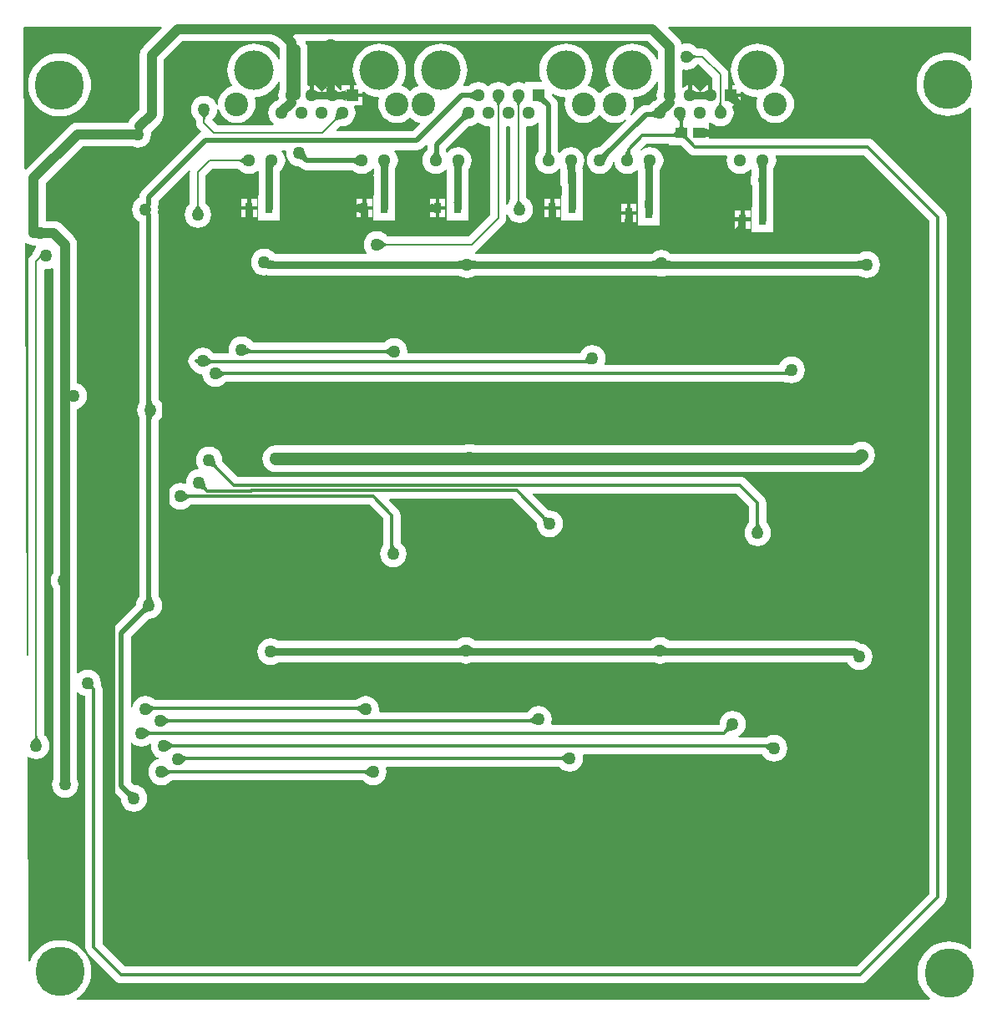
<source format=gbl>
G04*
G04 #@! TF.GenerationSoftware,Altium Limited,Altium Designer,20.0.13 (296)*
G04*
G04 Layer_Physical_Order=2*
G04 Layer_Color=16711680*
%FSTAX24Y24*%
%MOIN*%
G70*
G01*
G75*
%ADD12C,0.0300*%
%ADD23R,0.0472X0.0433*%
%ADD25R,0.0315X0.0433*%
%ADD41C,0.0120*%
%ADD42C,0.0200*%
%ADD43C,0.0080*%
%ADD45C,0.0500*%
%ADD47C,0.0512*%
%ADD48C,0.0945*%
%ADD49C,0.1575*%
%ADD50R,0.0512X0.0512*%
%ADD51C,0.0500*%
%ADD52C,0.1969*%
%ADD53C,0.0394*%
G36*
X027519Y065603D02*
X027446Y065601D01*
X027386Y065595D01*
X027337Y065584D01*
X027301Y06557D01*
X027276Y065551D01*
X027264Y065528D01*
X027264Y0655D01*
X027275Y065469D01*
X027299Y065433D01*
X027335Y065393D01*
X026847Y065325D01*
X02679Y065378D01*
X026731Y065425D01*
X026669Y065467D01*
X026606Y065503D01*
X02654Y065534D01*
X026471Y065559D01*
X026401Y065578D01*
X026328Y065592D01*
X026252Y0656D01*
X026175Y065603D01*
X02665Y065997D01*
X027519Y065603D01*
D02*
G37*
G36*
X04182Y064907D02*
Y064597D01*
X04177Y064587D01*
X04175Y064634D01*
X041663Y064777D01*
X041554Y064904D01*
X041427Y065013D01*
X041284Y0651D01*
X041129Y065164D01*
X040967Y065203D01*
X0408Y065216D01*
X040633Y065203D01*
X04047Y065164D01*
X040316Y0651D01*
X040173Y065013D01*
X040046Y064904D01*
X039937Y064777D01*
X03985Y064634D01*
X039786Y064479D01*
X039747Y064317D01*
X039734Y06415D01*
X039747Y063983D01*
X039786Y063821D01*
X03985Y063666D01*
X039912Y063565D01*
X039894Y063518D01*
X039814Y063494D01*
X039684Y063425D01*
X03957Y063331D01*
X039505Y063252D01*
X03944D01*
X039375Y063331D01*
X039261Y063425D01*
X039131Y063494D01*
X039051Y063518D01*
X039033Y063565D01*
X039095Y063666D01*
X039159Y063821D01*
X039198Y063983D01*
X039211Y06415D01*
X039198Y064317D01*
X039159Y064479D01*
X039095Y064634D01*
X039007Y064777D01*
X038898Y064904D01*
X038771Y065013D01*
X038629Y0651D01*
X038474Y065164D01*
X038311Y065203D01*
X038144Y065216D01*
X037978Y065203D01*
X037815Y065164D01*
X03766Y0651D01*
X037518Y065013D01*
X037391Y064904D01*
X037282Y064777D01*
X037194Y064634D01*
X03713Y064479D01*
X037091Y064317D01*
X037078Y06415D01*
X037091Y063983D01*
X03713Y063821D01*
X037171Y063723D01*
X037143Y063682D01*
X036518D01*
Y063667D01*
X036469Y063633D01*
X036386Y063668D01*
X036247Y063686D01*
X036108Y063668D01*
X035979Y063614D01*
X035879Y063538D01*
X035845Y063533D01*
X035811Y063538D01*
X035712Y063614D01*
X035582Y063668D01*
X035444Y063686D01*
X035305Y063668D01*
X035176Y063614D01*
X035065Y063529D01*
X03502D01*
X034909Y063614D01*
X034779Y063668D01*
X034641Y063686D01*
X034502Y063668D01*
X034373Y063614D01*
X034261Y063529D01*
X034261Y063529D01*
X034062D01*
X034037Y063572D01*
X034095Y063666D01*
X034159Y063821D01*
X034198Y063983D01*
X034211Y06415D01*
X034198Y064317D01*
X034159Y064479D01*
X034095Y064634D01*
X034007Y064777D01*
X033898Y064904D01*
X033771Y065013D01*
X033629Y0651D01*
X033474Y065164D01*
X033311Y065203D01*
X033144Y065216D01*
X032978Y065203D01*
X032815Y065164D01*
X03266Y0651D01*
X032518Y065013D01*
X032391Y064904D01*
X032282Y064777D01*
X032194Y064634D01*
X03213Y064479D01*
X032091Y064317D01*
X032078Y06415D01*
X032091Y063983D01*
X03213Y063821D01*
X032194Y063666D01*
X032256Y063565D01*
X032238Y063518D01*
X032158Y063494D01*
X032028Y063425D01*
X031922Y063338D01*
X031816Y063425D01*
X031686Y063494D01*
X031606Y063518D01*
X031588Y063565D01*
X03165Y063666D01*
X031714Y063821D01*
X031753Y063983D01*
X031766Y06415D01*
X031753Y064317D01*
X031714Y064479D01*
X03165Y064634D01*
X031563Y064777D01*
X031454Y064904D01*
X031327Y065013D01*
X031184Y0651D01*
X03103Y065164D01*
X030867Y065203D01*
X0307Y065216D01*
X030533Y065203D01*
X030371Y065164D01*
X030216Y0651D01*
X030073Y065013D01*
X029946Y064904D01*
X029837Y064777D01*
X02975Y064634D01*
X029686Y064479D01*
X029647Y064317D01*
X029634Y06415D01*
X029647Y063983D01*
X029686Y063821D01*
X02975Y063666D01*
X029791Y0636D01*
X029766Y063556D01*
X029681D01*
Y063225D01*
X030011D01*
Y06328D01*
X030057Y063301D01*
X030073Y063287D01*
X030216Y0632D01*
X030371Y063136D01*
X030533Y063097D01*
X030652Y063087D01*
X030688Y063034D01*
X030662Y062946D01*
X030647Y0628D01*
X030662Y062653D01*
X030704Y062512D01*
X030774Y062382D01*
X030867Y062268D01*
X030981Y062175D01*
X031111Y062105D01*
X031252Y062062D01*
X031399Y062048D01*
X031545Y062062D01*
X031686Y062105D01*
X031816Y062175D01*
X031922Y062261D01*
X032028Y062175D01*
X032158Y062105D01*
X032299Y062062D01*
X032311Y062061D01*
X032328Y062014D01*
X032043Y061729D01*
X028999D01*
X02898Y061775D01*
X029116Y061911D01*
X029124Y061912D01*
X029174Y061915D01*
X029188Y061915D01*
X029204Y061913D01*
X029343Y061931D01*
X029472Y061985D01*
X029583Y06207D01*
X029668Y062181D01*
X029722Y06231D01*
X02974Y062449D01*
X029722Y062588D01*
X029678Y062694D01*
X029707Y062744D01*
X030011D01*
Y063075D01*
X029606D01*
Y06315D01*
X029531D01*
Y063556D01*
X0292D01*
Y063377D01*
X029189Y063372D01*
X02915Y063364D01*
X029092Y063439D01*
X029007Y063505D01*
X028908Y063545D01*
X028877Y06355D01*
Y063534D01*
X0289Y06354D01*
X0289Y063512D01*
X028906Y063441D01*
X02891Y063422D01*
X028915Y063406D01*
X02892Y063392D01*
X028926Y063381D01*
X028933Y063372D01*
X02894Y063366D01*
X028877Y063352D01*
Y06315D01*
X028727D01*
Y063321D01*
X02862Y063299D01*
Y062971D01*
X028613Y062976D01*
X028603Y062981D01*
X028592Y062986D01*
X028577Y06299D01*
X028561Y062993D01*
X028542Y062995D01*
X028496Y062999D01*
X028441Y063D01*
Y0633D01*
X02847Y0633D01*
X028561Y063307D01*
X028577Y06331D01*
X028592Y063314D01*
X028595Y063316D01*
X028597Y063342D01*
X0286Y063405D01*
X0286Y06346D01*
X028727Y063494D01*
Y06355D01*
X028696Y063545D01*
X028598Y063505D01*
X028513Y063439D01*
X028448Y063355D01*
X028428Y063307D01*
X028374D01*
X028354Y063355D01*
X028289Y063439D01*
X028204Y063505D01*
X028105Y063545D01*
X028074Y06355D01*
Y06315D01*
X027924D01*
Y06355D01*
X027893Y063545D01*
X027874Y063537D01*
X027832Y063565D01*
Y0649D01*
Y065D01*
X027816Y065123D01*
X027768Y065238D01*
X027737Y065279D01*
X027759Y065323D01*
X041403D01*
X04182Y064907D01*
D02*
G37*
G36*
X026232Y065323D02*
X026286Y065317D01*
X026337Y065307D01*
X026386Y065294D01*
X026433Y065277D01*
X026478Y065256D01*
X026522Y065231D01*
X026566Y065201D01*
X026608Y065167D01*
X026619Y065157D01*
X02672Y065057D01*
Y064597D01*
X02667Y064587D01*
X02665Y064634D01*
X026563Y064777D01*
X026454Y064904D01*
X026327Y065013D01*
X026184Y0651D01*
X02603Y065164D01*
X025867Y065203D01*
X0257Y065216D01*
X025533Y065203D01*
X025371Y065164D01*
X025216Y0651D01*
X025073Y065013D01*
X024946Y064904D01*
X024837Y064777D01*
X02475Y064634D01*
X024686Y064479D01*
X024647Y064317D01*
X024634Y06415D01*
X024647Y063983D01*
X024686Y063821D01*
X02475Y063666D01*
X024812Y063565D01*
X024794Y063518D01*
X024714Y063494D01*
X024584Y063425D01*
X02447Y063331D01*
X024376Y063217D01*
X024307Y063087D01*
X024264Y062946D01*
X02425Y0628D01*
X024252Y06277D01*
X024203Y062758D01*
X024159Y062865D01*
X024075Y062975D01*
X023965Y063059D01*
X023837Y063112D01*
X0237Y06313D01*
X023563Y063112D01*
X023435Y063059D01*
X023325Y062975D01*
X023241Y062865D01*
X023188Y062737D01*
X02317Y0626D01*
X023188Y062463D01*
X023241Y062335D01*
X023325Y062225D01*
X023338Y062215D01*
X023347Y062206D01*
X023378Y062171D01*
X023382Y062166D01*
Y06205D01*
X023393Y061968D01*
X023424Y061891D01*
X023475Y061825D01*
X023572Y061728D01*
X023565Y061694D01*
X023555Y061674D01*
X023482Y061618D01*
X023482Y061618D01*
X021232Y059368D01*
X021172Y059289D01*
X021134Y059198D01*
X021121Y0591D01*
Y059074D01*
X021085Y059059D01*
X020975Y058975D01*
X020891Y058865D01*
X020838Y058737D01*
X02082Y0586D01*
X020838Y058463D01*
X020891Y058335D01*
X020975Y058225D01*
X021085Y058141D01*
X021121Y058126D01*
Y050938D01*
X021121Y050925D01*
X02112Y05092D01*
X021119Y050913D01*
X021117Y050908D01*
X021116Y050904D01*
X021115Y050901D01*
X021114Y050898D01*
X021113Y050897D01*
X021107Y050888D01*
X021106Y050885D01*
X021091Y050865D01*
X021038Y050737D01*
X02102Y0506D01*
X021038Y050463D01*
X021091Y050335D01*
X021106Y050315D01*
X021107Y050312D01*
X021113Y050303D01*
X021114Y050302D01*
X021115Y050299D01*
X021116Y050296D01*
X021117Y050292D01*
X021119Y050287D01*
X021119Y050283D01*
X021121Y050264D01*
Y04317D01*
X021041Y043065D01*
X020988Y042937D01*
X020971Y042806D01*
X020132Y041968D01*
X020072Y041889D01*
X020034Y041798D01*
X020021Y0417D01*
Y0356D01*
X020034Y035502D01*
X020072Y035411D01*
X020132Y035332D01*
X020371Y035094D01*
X020388Y034963D01*
X020441Y034835D01*
X020525Y034725D01*
X020635Y034641D01*
X020763Y034588D01*
X0209Y03457D01*
X021037Y034588D01*
X021165Y034641D01*
X021275Y034725D01*
X021359Y034835D01*
X021412Y034963D01*
X02143Y0351D01*
X021412Y035237D01*
X021359Y035365D01*
X021275Y035475D01*
X021165Y035559D01*
X021037Y035612D01*
X020906Y035629D01*
X020779Y035757D01*
Y037309D01*
X020802Y037317D01*
X020829Y037322D01*
X020935Y037241D01*
X021063Y037188D01*
X0212Y03717D01*
X021337Y037188D01*
X021465Y037241D01*
X021532Y037292D01*
X021578Y037265D01*
X02157Y0372D01*
X021588Y037063D01*
X021641Y036935D01*
X021725Y036825D01*
X021835Y036741D01*
X021894Y036717D01*
X021887Y036665D01*
X021863Y036662D01*
X021735Y036609D01*
X021625Y036525D01*
X021541Y036415D01*
X021488Y036287D01*
X02147Y03615D01*
X021488Y036013D01*
X021541Y035885D01*
X021625Y035775D01*
X021735Y035691D01*
X021863Y035638D01*
X022Y03562D01*
X022137Y035638D01*
X022265Y035691D01*
X022375Y035775D01*
X022384Y035787D01*
X02239Y035793D01*
X022401Y035803D01*
X02241Y03581D01*
X022413Y035812D01*
X030037D01*
X030063Y03579D01*
X030066Y035787D01*
X030075Y035775D01*
X030185Y035691D01*
X030313Y035638D01*
X03045Y03562D01*
X030587Y035638D01*
X030715Y035691D01*
X030825Y035775D01*
X030909Y035885D01*
X030962Y036013D01*
X03098Y03615D01*
X030962Y036287D01*
X030949Y03632D01*
X030976Y036362D01*
X037887D01*
X037913Y03634D01*
X037916Y036337D01*
X037925Y036325D01*
X038035Y036241D01*
X038163Y036188D01*
X0383Y03617D01*
X038437Y036188D01*
X038565Y036241D01*
X038675Y036325D01*
X038759Y036435D01*
X038812Y036563D01*
X03883Y0367D01*
X038815Y036812D01*
X038851Y036862D01*
X044404D01*
X04448Y036852D01*
X045984D01*
X045991Y036835D01*
X046075Y036725D01*
X046185Y036641D01*
X046313Y036588D01*
X04645Y03657D01*
X046587Y036588D01*
X046715Y036641D01*
X046825Y036725D01*
X046909Y036835D01*
X046962Y036963D01*
X04698Y0371D01*
X046962Y037237D01*
X046909Y037365D01*
X046825Y037475D01*
X046715Y037559D01*
X046587Y037612D01*
X04645Y03763D01*
X046313Y037612D01*
X046253Y037587D01*
X046234Y037582D01*
X046234Y037582D01*
X046233Y037582D01*
X046206Y037569D01*
X04613Y037539D01*
X046119Y037536D01*
X046093Y037528D01*
X045045D01*
X045035Y037578D01*
X045065Y037591D01*
X045175Y037675D01*
X045259Y037785D01*
X045312Y037913D01*
X04533Y03805D01*
X045312Y038187D01*
X045259Y038315D01*
X045175Y038425D01*
X045065Y038509D01*
X044937Y038562D01*
X0448Y03858D01*
X044663Y038562D01*
X044535Y038509D01*
X044425Y038425D01*
X044341Y038315D01*
X044288Y038187D01*
X04427Y03805D01*
X04426Y038038D01*
X037576D01*
X037548Y03808D01*
X037562Y038113D01*
X03758Y03825D01*
X037562Y038387D01*
X037509Y038515D01*
X037425Y038625D01*
X037315Y038709D01*
X037187Y038762D01*
X03705Y03878D01*
X036913Y038762D01*
X036785Y038709D01*
X036675Y038625D01*
X036622Y038555D01*
X036611Y038544D01*
X036608Y038538D01*
X030704D01*
X030671Y038576D01*
X03068Y038646D01*
X030662Y038783D01*
X030609Y038911D01*
X030525Y03902D01*
X030415Y039105D01*
X030287Y039158D01*
X03015Y039176D01*
X030013Y039158D01*
X029885Y039105D01*
X029867Y039091D01*
X029866Y039091D01*
X029841Y039075D01*
X029823Y039065D01*
X029787Y039046D01*
X029778Y039042D01*
X029769Y039039D01*
X029769Y039038D01*
X021734D01*
X021727Y039041D01*
X021721Y039044D01*
X021662Y039077D01*
X021642Y03909D01*
X021637Y039092D01*
X021615Y039109D01*
X021487Y039162D01*
X02135Y03918D01*
X021213Y039162D01*
X021085Y039109D01*
X020975Y039025D01*
X020891Y038915D01*
X020838Y038787D01*
X020829Y038718D01*
X020779Y038721D01*
Y041543D01*
X021506Y042271D01*
X021637Y042288D01*
X021765Y042341D01*
X021875Y042425D01*
X021959Y042535D01*
X022012Y042663D01*
X02203Y0428D01*
X022012Y042937D01*
X021959Y043065D01*
X021879Y04317D01*
Y05019D01*
X021925Y050225D01*
X022009Y050335D01*
X022062Y050463D01*
X02208Y0506D01*
X022062Y050737D01*
X022009Y050865D01*
X021925Y050975D01*
X021879Y05101D01*
Y058396D01*
X021866Y058493D01*
X02188Y0586D01*
X021866Y058707D01*
X021879Y058804D01*
Y058943D01*
X023088Y060152D01*
X023136Y060129D01*
X023132Y0601D01*
Y058834D01*
X023128Y058829D01*
X023097Y058794D01*
X023088Y058785D01*
X023075Y058775D01*
X022991Y058665D01*
X022938Y058537D01*
X02292Y0584D01*
X022938Y058263D01*
X022991Y058135D01*
X023075Y058025D01*
X023185Y057941D01*
X023313Y057888D01*
X02345Y05787D01*
X023587Y057888D01*
X023715Y057941D01*
X023825Y058025D01*
X023909Y058135D01*
X023962Y058263D01*
X02398Y0584D01*
X023962Y058537D01*
X023909Y058665D01*
X023825Y058775D01*
X023812Y058785D01*
X023803Y058794D01*
X023772Y058829D01*
X023768Y058834D01*
Y059968D01*
X024033Y060233D01*
X025056D01*
X025063Y060228D01*
X0251Y060195D01*
X02511Y060185D01*
X02512Y060173D01*
X025231Y060087D01*
X02536Y060034D01*
X025499Y060015D01*
X025638Y060034D01*
X025767Y060087D01*
X025826Y060132D01*
X025871Y06011D01*
Y059142D01*
X025867D01*
Y058874D01*
X025866Y058865D01*
X025867Y058856D01*
Y058158D01*
X026733D01*
Y058856D01*
X026734Y058865D01*
X026734Y058868D01*
X026734Y058871D01*
X026733Y058925D01*
Y059142D01*
X026729D01*
Y060134D01*
X02678Y060173D01*
X026865Y060284D01*
X026919Y060413D01*
X026937Y060552D01*
X026919Y06069D01*
X026865Y06082D01*
X026787Y060921D01*
X026802Y060971D01*
X026948D01*
X026981Y060934D01*
X02697Y06085D01*
X026988Y060713D01*
X027041Y060585D01*
X027125Y060475D01*
X027235Y060391D01*
X027363Y060338D01*
X027494Y060321D01*
X027531Y060284D01*
X027531Y060284D01*
X027609Y060223D01*
X0277Y060186D01*
X027798Y060173D01*
X027798Y060173D01*
X02962D01*
X02962Y060173D01*
X029731Y060087D01*
X02986Y060034D01*
X029999Y060015D01*
X030138Y060034D01*
X030267Y060087D01*
X030378Y060173D01*
X030421Y060228D01*
X030447Y060225D01*
X030471Y060211D01*
Y060159D01*
X030469Y060007D01*
X030468Y060004D01*
X030468Y059984D01*
X030466Y059965D01*
X030468Y059948D01*
X030468Y059931D01*
X030471Y059919D01*
Y059753D01*
X030471Y05975D01*
Y059142D01*
X030467D01*
Y058874D01*
X030466Y058865D01*
X030467Y058856D01*
Y058158D01*
X031333D01*
Y058856D01*
X031334Y058865D01*
X031334Y058868D01*
X031334Y058871D01*
X031333Y058925D01*
Y059142D01*
X031329D01*
Y059747D01*
X03133Y05975D01*
Y05993D01*
X03133Y059932D01*
X031334Y059965D01*
X031334Y059968D01*
X031334Y059971D01*
X03133Y060202D01*
Y060236D01*
X03133Y060238D01*
X031365Y060284D01*
X031419Y060413D01*
X031437Y060552D01*
X031419Y06069D01*
X031365Y06082D01*
X031287Y060921D01*
X031302Y060971D01*
X0322D01*
X032298Y060984D01*
X032389Y061022D01*
X032468Y061082D01*
X032553Y061167D01*
X032603Y061146D01*
Y06096D01*
X032565Y060931D01*
X032479Y06082D01*
X032426Y06069D01*
X032408Y060552D01*
X032426Y060413D01*
X032479Y060284D01*
X032565Y060173D01*
X032676Y060087D01*
X032805Y060034D01*
X032944Y060015D01*
X033082Y060034D01*
X033212Y060087D01*
X033323Y060173D01*
X033348Y060205D01*
X033398Y060188D01*
Y059142D01*
X033386D01*
Y058874D01*
X033385Y058865D01*
X033386Y058856D01*
Y058855D01*
X033386Y058846D01*
X033386Y058844D01*
Y058158D01*
X034252D01*
Y05863D01*
X034256Y058657D01*
X034256Y058657D01*
Y060214D01*
X03431Y060284D01*
X034363Y060413D01*
X034381Y060552D01*
X034363Y06069D01*
X03431Y06082D01*
X034224Y060931D01*
X034113Y061016D01*
X033984Y061069D01*
X033845Y061088D01*
X033707Y061069D01*
X033577Y061016D01*
X033466Y060931D01*
X033426Y060878D01*
X033407Y060873D01*
X033381Y060875D01*
X033366Y06088D01*
X033365Y060882D01*
X033364Y060885D01*
X033363Y06089D01*
X033362Y060895D01*
X033361Y060902D01*
X03336Y060905D01*
Y061035D01*
X034239Y061913D01*
X034239Y061913D01*
X034378Y061931D01*
X034507Y061985D01*
X034618Y06207D01*
X034663D01*
X034774Y061985D01*
X034903Y061931D01*
X035042Y061913D01*
X035088Y061919D01*
X035125Y061886D01*
Y058376D01*
X034268Y057518D01*
X031034D01*
X031029Y057522D01*
X030994Y057553D01*
X030985Y057562D01*
X030975Y057575D01*
X030865Y057659D01*
X030737Y057712D01*
X0306Y05773D01*
X030463Y057712D01*
X030335Y057659D01*
X030225Y057575D01*
X030141Y057465D01*
X030088Y057337D01*
X03007Y0572D01*
X030088Y057063D01*
X030141Y056935D01*
X030188Y056874D01*
X030165Y056829D01*
X02651D01*
X026475Y056875D01*
X026365Y056959D01*
X026237Y057012D01*
X0261Y05703D01*
X025963Y057012D01*
X025835Y056959D01*
X025725Y056875D01*
X025641Y056765D01*
X025588Y056637D01*
X02557Y0565D01*
X025588Y056363D01*
X025641Y056235D01*
X025725Y056125D01*
X025835Y056041D01*
X025963Y055988D01*
X0261Y05597D01*
X02618Y05598D01*
X026254Y055971D01*
X033896D01*
X033935Y055941D01*
X034063Y055888D01*
X0342Y05587D01*
X034337Y055888D01*
X034465Y055941D01*
X034503Y05597D01*
X034516Y055971D01*
X041673D01*
X041741Y055968D01*
X041813Y055938D01*
X04195Y05592D01*
X042087Y055938D01*
X042159Y055968D01*
X042227Y055971D01*
X049846D01*
X049885Y055941D01*
X050013Y055888D01*
X05015Y05587D01*
X050287Y055888D01*
X050415Y055941D01*
X050525Y056025D01*
X050609Y056135D01*
X050662Y056263D01*
X05068Y0564D01*
X050662Y056537D01*
X050609Y056665D01*
X050525Y056775D01*
X050415Y056859D01*
X050287Y056912D01*
X05015Y05693D01*
X050013Y056912D01*
X049885Y056859D01*
X049847Y05683D01*
X049834Y056829D01*
X042319D01*
X042215Y056909D01*
X042087Y056962D01*
X04195Y05698D01*
X041813Y056962D01*
X041685Y056909D01*
X041581Y056829D01*
X034521D01*
X034504Y056852D01*
X03452Y056908D01*
X034559Y056924D01*
X034625Y056975D01*
X035669Y058019D01*
X035719Y058085D01*
X035751Y058161D01*
X035762Y058244D01*
Y058395D01*
X035812Y058405D01*
X035841Y058335D01*
X035925Y058225D01*
X036035Y058141D01*
X036163Y058088D01*
X0363Y05807D01*
X036437Y058088D01*
X036565Y058141D01*
X036675Y058225D01*
X036759Y058335D01*
X036812Y058463D01*
X03683Y0586D01*
X036812Y058737D01*
X036759Y058865D01*
X036675Y058975D01*
X036594Y059037D01*
X036587Y059043D01*
X036579Y059048D01*
X036565Y059059D01*
Y061886D01*
X036603Y061919D01*
X036648Y061913D01*
X036787Y061931D01*
X036916Y061985D01*
X037015Y06206D01*
X037065Y062042D01*
Y060931D01*
X037065Y060931D01*
X036979Y06082D01*
X036926Y06069D01*
X036908Y060552D01*
X036926Y060413D01*
X036979Y060284D01*
X037065Y060173D01*
X037176Y060087D01*
X037305Y060034D01*
X037444Y060015D01*
X037582Y060034D01*
X037712Y060087D01*
X037823Y060173D01*
X037865Y060227D01*
X037912Y06022D01*
X037918Y060215D01*
Y059702D01*
X037933Y059591D01*
X037971Y0595D01*
Y059142D01*
X037967D01*
Y058874D01*
X037966Y058865D01*
X037967Y058856D01*
Y058158D01*
X038833D01*
Y058856D01*
X038834Y058865D01*
X038834Y058868D01*
X038834Y058871D01*
X038833Y058925D01*
Y059142D01*
X038829D01*
Y060073D01*
X038815Y060185D01*
X038786Y060253D01*
X03881Y060284D01*
X038863Y060413D01*
X038881Y060552D01*
X038863Y06069D01*
X03881Y06082D01*
X038724Y060931D01*
X038613Y061016D01*
X038484Y061069D01*
X038345Y061088D01*
X038207Y061069D01*
X038077Y061016D01*
X037966Y060931D01*
X037919Y06087D01*
X037869D01*
X037823Y060931D01*
X037823Y060931D01*
Y062756D01*
X03781Y062854D01*
X037772Y062946D01*
X037712Y063024D01*
X037712Y063024D01*
X03763Y063106D01*
X037588Y063151D01*
X03759Y063187D01*
X037591Y06319D01*
X037639Y063213D01*
X03766Y0632D01*
X037815Y063136D01*
X037978Y063097D01*
X038097Y063087D01*
X038133Y063034D01*
X038106Y062946D01*
X038092Y0628D01*
X038106Y062653D01*
X038149Y062512D01*
X038218Y062382D01*
X038312Y062268D01*
X038426Y062175D01*
X038556Y062105D01*
X038697Y062062D01*
X038843Y062048D01*
X03899Y062062D01*
X039131Y062105D01*
X039261Y062175D01*
X039375Y062268D01*
X03944Y062347D01*
X039505D01*
X03957Y062268D01*
X039684Y062175D01*
X039814Y062105D01*
X039955Y062062D01*
X040101Y062048D01*
X040248Y062062D01*
X040389Y062105D01*
X040519Y062175D01*
X04055Y062136D01*
X039494Y061079D01*
X039363Y061062D01*
X039235Y061009D01*
X039125Y060925D01*
X039041Y060815D01*
X038988Y060687D01*
X03897Y06055D01*
X038988Y060413D01*
X039041Y060285D01*
X039125Y060175D01*
X039235Y060091D01*
X039363Y060038D01*
X0395Y06002D01*
X039637Y060038D01*
X039765Y060091D01*
X039875Y060175D01*
X039959Y060285D01*
X040012Y060413D01*
X040022Y060485D01*
X040072D01*
X040081Y060413D01*
X040135Y060284D01*
X04022Y060173D01*
X040331Y060087D01*
X04046Y060034D01*
X040599Y060015D01*
X040738Y060034D01*
X040867Y060087D01*
X040971Y060167D01*
X041021Y060154D01*
Y058942D01*
X041017D01*
Y058674D01*
X041016Y058665D01*
X041017Y058656D01*
Y057958D01*
X041883D01*
Y058656D01*
X041884Y058665D01*
X041884Y058668D01*
X041884Y058671D01*
X041883Y058725D01*
Y058942D01*
X041879D01*
Y060172D01*
X04188Y060173D01*
X041965Y060284D01*
X042019Y060413D01*
X042037Y060552D01*
X042019Y06069D01*
X041965Y06082D01*
X04188Y060931D01*
X041769Y061016D01*
X04164Y061069D01*
X041501Y061088D01*
X041362Y061069D01*
X041233Y061016D01*
X041157Y060958D01*
X041124Y060996D01*
X04134Y061212D01*
X042238D01*
Y061158D01*
X042763D01*
X043061Y060861D01*
X043131Y060807D01*
X043212Y060773D01*
X0433Y060762D01*
X044566D01*
X044594Y06072D01*
X044581Y06069D01*
X044563Y060552D01*
X044581Y060413D01*
X044635Y060284D01*
X04472Y060173D01*
X044831Y060087D01*
X04496Y060034D01*
X045099Y060015D01*
X045238Y060034D01*
X045367Y060087D01*
X045478Y060173D01*
X045507Y06021D01*
X045557Y060193D01*
Y059973D01*
X045535Y05992D01*
X045521Y059809D01*
Y05975D01*
X045535Y059639D01*
X045571Y059553D01*
Y058692D01*
X045567D01*
Y058424D01*
X045566Y058415D01*
X045567Y058406D01*
Y057708D01*
X046433D01*
Y058406D01*
X046434Y058415D01*
X046434Y058418D01*
X046434Y058421D01*
X046433Y058475D01*
Y058692D01*
X046429D01*
Y060087D01*
X046429Y060087D01*
X046416Y060188D01*
Y060219D01*
X046465Y060284D01*
X046519Y060413D01*
X046537Y060552D01*
X046519Y06069D01*
X046506Y06072D01*
X046534Y060762D01*
X05006D01*
X052662Y05816D01*
Y03129D01*
X04976Y028388D01*
X02054D01*
X019638Y02929D01*
Y03945D01*
X019627Y039538D01*
X019593Y039619D01*
X019573Y039646D01*
X01958Y0397D01*
X019562Y039837D01*
X019509Y039965D01*
X019425Y040075D01*
X019315Y040159D01*
X019187Y040212D01*
X01905Y04023D01*
X018913Y040212D01*
X018785Y040159D01*
X018677Y040076D01*
X018658Y040079D01*
X018627Y040089D01*
Y043773D01*
X01863Y0438D01*
X018627Y043827D01*
Y050637D01*
X018637Y050638D01*
X018765Y050691D01*
X018875Y050775D01*
X018959Y050885D01*
X019012Y051013D01*
X01903Y05115D01*
X019012Y051287D01*
X018959Y051415D01*
X018875Y051525D01*
X018765Y051609D01*
X018637Y051662D01*
X018627Y051663D01*
Y057201D01*
X01861Y057324D01*
X018563Y057439D01*
X018487Y057537D01*
X018037Y057987D01*
X017939Y058063D01*
X017824Y05811D01*
X017701Y058127D01*
X017377D01*
Y059646D01*
X018848Y061117D01*
X020842D01*
X020913Y061088D01*
X02105Y06107D01*
X021187Y061088D01*
X021315Y061141D01*
X021425Y061225D01*
X021509Y061335D01*
X021562Y061463D01*
X02158Y0616D01*
X021569Y061683D01*
X021943Y062057D01*
X022019Y062156D01*
X022066Y06227D01*
X022083Y062394D01*
Y064572D01*
X022834Y065323D01*
X026217D01*
X026232Y065323D01*
D02*
G37*
G36*
X054304Y064551D02*
X054254Y064528D01*
X054143Y064622D01*
X053974Y064726D01*
X053791Y064802D01*
X053598Y064848D01*
X0534Y064864D01*
X053202Y064848D01*
X053009Y064802D01*
X052826Y064726D01*
X052657Y064622D01*
X052506Y064494D01*
X052378Y064343D01*
X052274Y064174D01*
X052198Y063991D01*
X052152Y063798D01*
X052136Y0636D01*
X052152Y063402D01*
X052198Y063209D01*
X052274Y063026D01*
X052378Y062857D01*
X052506Y062706D01*
X052657Y062578D01*
X052826Y062474D01*
X053009Y062398D01*
X053202Y062352D01*
X0534Y062336D01*
X053598Y062352D01*
X053791Y062398D01*
X053974Y062474D01*
X054143Y062578D01*
X054254Y062672D01*
X054304Y062649D01*
Y029101D01*
X054258Y029081D01*
X05418Y029147D01*
X054011Y029251D01*
X053828Y029327D01*
X053635Y029373D01*
X053437Y029389D01*
X05324Y029373D01*
X053047Y029327D01*
X052864Y029251D01*
X052694Y029147D01*
X052544Y029019D01*
X052415Y028868D01*
X052311Y028699D01*
X052235Y028516D01*
X052189Y028323D01*
X052174Y028125D01*
X052189Y027927D01*
X052235Y027735D01*
X052311Y027551D01*
X052415Y027382D01*
X052544Y027232D01*
X05268Y027115D01*
X052662Y027065D01*
X018629D01*
X018615Y027113D01*
X01868Y027153D01*
X018831Y027281D01*
X01896Y027432D01*
X019063Y027601D01*
X019139Y027785D01*
X019185Y027977D01*
X019201Y028175D01*
X019185Y028373D01*
X019139Y028566D01*
X019063Y028749D01*
X01896Y028918D01*
X018831Y029069D01*
X01868Y029197D01*
X018511Y029301D01*
X018328Y029377D01*
X018135Y029423D01*
X017937Y029439D01*
X01774Y029423D01*
X017547Y029377D01*
X017364Y029301D01*
X017194Y029197D01*
X017044Y029069D01*
X016915Y028918D01*
X016811Y028749D01*
X016746Y028591D01*
X016696Y028601D01*
X016653Y036747D01*
X016698Y036769D01*
X016735Y036741D01*
X016863Y036688D01*
X017Y03667D01*
X017137Y036688D01*
X017265Y036741D01*
X017375Y036825D01*
X017459Y036935D01*
X017512Y037063D01*
X01753Y0372D01*
X017512Y037337D01*
X017459Y037465D01*
X017375Y037575D01*
X017362Y037585D01*
X017353Y037594D01*
X017322Y037629D01*
X017318Y037634D01*
Y056193D01*
X017356Y056226D01*
X0174Y05622D01*
X017537Y056238D01*
X017623Y056274D01*
X017673Y05624D01*
Y044108D01*
X017641Y044065D01*
X017588Y043937D01*
X01757Y0438D01*
X017588Y043663D01*
X017641Y043535D01*
X017673Y043492D01*
Y035873D01*
X017638Y035787D01*
X01762Y03565D01*
X017638Y035513D01*
X017691Y035385D01*
X017775Y035275D01*
X017885Y035191D01*
X018013Y035138D01*
X01815Y03512D01*
X018287Y035138D01*
X018415Y035191D01*
X018525Y035275D01*
X018609Y035385D01*
X018662Y035513D01*
X01868Y03565D01*
X018662Y035787D01*
X018627Y035873D01*
Y039311D01*
X018658Y039321D01*
X018677Y039324D01*
X018785Y039241D01*
X018913Y039188D01*
X018962Y039182D01*
Y02915D01*
X018973Y029062D01*
X019007Y028981D01*
X019061Y028911D01*
X020161Y027811D01*
X020231Y027757D01*
X020312Y027723D01*
X0204Y027712D01*
X0499D01*
X049988Y027723D01*
X050069Y027757D01*
X050139Y027811D01*
X053239Y030911D01*
X053293Y030981D01*
X053327Y031062D01*
X053338Y03115D01*
Y0583D01*
X053327Y058388D01*
X053293Y058469D01*
X053239Y058539D01*
X050439Y061339D01*
X050369Y061393D01*
X050288Y061427D01*
X0502Y061438D01*
X043836D01*
Y061493D01*
X043793Y06149D01*
X04376Y061484D01*
X043733Y061476D01*
X043712Y061468D01*
X043697Y061458D01*
X043688Y061447D01*
X043685Y061435D01*
Y061575D01*
X04345D01*
Y061725D01*
X043685D01*
Y061865D01*
X043688Y061853D01*
X043697Y061842D01*
X043712Y061832D01*
X043733Y061824D01*
X04376Y061816D01*
X043793Y06181D01*
X043832Y061806D01*
X043836Y061806D01*
Y062017D01*
X043836Y062017D01*
X043836D01*
X043861Y062056D01*
X04388Y06207D01*
X043925D01*
X044036Y061985D01*
X044165Y061931D01*
X044304Y061913D01*
X044443Y061931D01*
X044572Y061985D01*
X044683Y06207D01*
X044768Y062181D01*
X044822Y06231D01*
X04484Y062449D01*
X044822Y062588D01*
X044778Y062694D01*
X044807Y062744D01*
X044897D01*
X044788Y062836D01*
X04474Y06287D01*
X044695Y062895D01*
X044655Y062912D01*
X044619Y062921D01*
X044587D01*
X044559Y062912D01*
X044536Y062895D01*
X044716Y063075D01*
X044706D01*
Y06315D01*
X044631D01*
Y063556D01*
X044622D01*
Y063996D01*
X044611Y064078D01*
X04458Y064155D01*
X044529Y064221D01*
X043825Y064925D01*
X043759Y064976D01*
X043682Y065007D01*
X0436Y065018D01*
X043384D01*
X043379Y065022D01*
X043344Y065053D01*
X043335Y065062D01*
X043325Y065075D01*
X043215Y065159D01*
X043087Y065212D01*
X04295Y06523D01*
X042813Y065212D01*
X042795Y065205D01*
X042756Y065227D01*
X042709Y065342D01*
X042633Y065441D01*
X04222Y065854D01*
X042239Y0659D01*
X054304D01*
Y064551D01*
D02*
G37*
G36*
X043155Y064849D02*
X043204Y064806D01*
X043227Y064789D01*
X043249Y064774D01*
X043271Y064762D01*
X043291Y064752D01*
X043311Y064745D01*
X043329Y064741D01*
X043347Y06474D01*
Y06466D01*
X043329Y064659D01*
X043311Y064655D01*
X043291Y064648D01*
X043271Y064638D01*
X043249Y064626D01*
X043227Y064611D01*
X043204Y064594D01*
X043155Y064551D01*
X043129Y064525D01*
Y064875D01*
X043155Y064849D01*
D02*
G37*
G36*
X043986Y063864D02*
Y063586D01*
X043977Y063579D01*
Y06315D01*
X043827D01*
Y06355D01*
X043796Y063545D01*
X043698Y063505D01*
X043613Y063439D01*
X043548Y063355D01*
X043528Y063307D01*
X043474D01*
X043454Y063355D01*
X043389Y063439D01*
X043304Y063505D01*
X043205Y063545D01*
X043174Y06355D01*
Y06315D01*
X043024D01*
Y06355D01*
X042993Y063545D01*
X042895Y063505D01*
X042823Y063449D01*
X042773Y063468D01*
Y06416D01*
X042823Y064187D01*
X04295Y06417D01*
X043087Y064188D01*
X043215Y064241D01*
X043325Y064325D01*
X043335Y064338D01*
X043344Y064347D01*
X043379Y064378D01*
X043384Y064382D01*
X043468D01*
X043986Y063864D01*
D02*
G37*
G36*
X029351Y062895D02*
X029348Y062915D01*
X029339Y062933D01*
X029324Y062949D01*
X029303Y062962D01*
X029276Y062974D01*
X029243Y062983D01*
X029204Y062991D01*
X029159Y062996D01*
X029117Y062998D01*
X029044Y062993D01*
X029027Y06299D01*
X029013Y062986D01*
X029001Y062981D01*
X028992Y062976D01*
X028985Y062971D01*
Y063329D01*
X028992Y063324D01*
X029001Y063319D01*
X029013Y063314D01*
X029027Y06331D01*
X029044Y063307D01*
X029063Y063305D01*
X029108Y063301D01*
X029109Y063301D01*
X029204Y063309D01*
X029243Y063317D01*
X029276Y063326D01*
X029303Y063338D01*
X029324Y063351D01*
X029339Y063367D01*
X029348Y063385D01*
X029351Y063405D01*
Y062895D01*
D02*
G37*
G36*
X04372Y062971D02*
X043713Y062976D01*
X043703Y062981D01*
X043692Y062986D01*
X043677Y06299D01*
X043661Y062993D01*
X043642Y062995D01*
X043596Y062999D01*
X043541Y063D01*
Y0633D01*
X04357Y0633D01*
X043661Y063307D01*
X043677Y06331D01*
X043692Y063314D01*
X043703Y063319D01*
X043713Y063324D01*
X04372Y063329D01*
Y062971D01*
D02*
G37*
G36*
X043289Y063324D02*
X043298Y063319D01*
X04331Y063314D01*
X043324Y06331D01*
X043341Y063307D01*
X04336Y063305D01*
X043405Y063301D01*
X04346Y0633D01*
Y063D01*
X043431Y063D01*
X043341Y062993D01*
X043324Y06299D01*
X04331Y062986D01*
X043298Y062981D01*
X043289Y062976D01*
X043282Y062971D01*
Y063329D01*
X043289Y063324D01*
D02*
G37*
G36*
X034458Y062971D02*
X034442Y062986D01*
X034425Y062999D01*
X034407Y063011D01*
X034388Y063022D01*
X034367Y06303D01*
X034346Y063037D01*
X034324Y063043D01*
X034301Y063047D01*
X034277Y063049D01*
X034251Y06305D01*
Y06325D01*
X034277Y063251D01*
X034301Y063253D01*
X034324Y063257D01*
X034346Y063263D01*
X034367Y06327D01*
X034388Y063278D01*
X034407Y063289D01*
X034425Y063301D01*
X034442Y063314D01*
X034458Y063329D01*
Y062971D01*
D02*
G37*
G36*
X028189Y063324D02*
X028198Y063319D01*
X02821Y063314D01*
X028224Y06331D01*
X028241Y063307D01*
X02826Y063305D01*
X028305Y063301D01*
X02836Y0633D01*
Y063D01*
X028331Y063D01*
X028241Y062993D01*
X028224Y06299D01*
X02821Y062986D01*
X028198Y062981D01*
X028189Y062976D01*
X028182Y062971D01*
Y063329D01*
X028189Y063324D01*
D02*
G37*
G36*
X037294Y063158D02*
X037289Y06314D01*
X037289Y06312D01*
X037295Y063096D01*
X037306Y06307D01*
X037323Y06304D01*
X037345Y063008D01*
X037373Y062974D01*
X037446Y062895D01*
X037305Y062754D01*
X037264Y062793D01*
X037192Y062855D01*
X03716Y062877D01*
X03713Y062894D01*
X037104Y062905D01*
X03708Y062911D01*
X03706Y062911D01*
X037042Y062906D01*
X037027Y062895D01*
X037305Y063173D01*
X037294Y063158D01*
D02*
G37*
G36*
X0364Y06294D02*
X036355Y06289D01*
X036337Y062866D01*
X036322Y062843D01*
X036309Y062821D01*
X036299Y0628D01*
X036292Y062781D01*
X036288Y062762D01*
X036287Y062744D01*
X036207D01*
X036205Y062762D01*
X036201Y062781D01*
X036194Y0628D01*
X036185Y062821D01*
X036172Y062843D01*
X036157Y062866D01*
X036139Y06289D01*
X036094Y06294D01*
X036068Y062967D01*
X036426D01*
X0364Y06294D01*
D02*
G37*
G36*
X035596D02*
X035552Y06289D01*
X035534Y062866D01*
X035518Y062843D01*
X035506Y062821D01*
X035496Y0628D01*
X035489Y062781D01*
X035485Y062762D01*
X035484Y062744D01*
X035404D01*
X035402Y062762D01*
X035398Y062781D01*
X035391Y0628D01*
X035381Y062821D01*
X035369Y062843D01*
X035354Y062866D01*
X035336Y06289D01*
X035291Y06294D01*
X035265Y062967D01*
X035623D01*
X035596Y06294D01*
D02*
G37*
G36*
X044345Y062838D02*
X044349Y062819D01*
X044356Y062799D01*
X044366Y062778D01*
X044379Y062756D01*
X044394Y062733D01*
X044412Y062709D01*
X044457Y062659D01*
X044483Y062632D01*
X044125D01*
X044151Y062659D01*
X044196Y062709D01*
X044214Y062733D01*
X044229Y062756D01*
X044242Y062778D01*
X044251Y062799D01*
X044258Y062819D01*
X044263Y062838D01*
X044264Y062856D01*
X044344D01*
X044345Y062838D01*
D02*
G37*
G36*
X04182Y063703D02*
Y063388D01*
X041778Y063289D01*
X04176Y06315D01*
X041775Y063036D01*
X041672Y062932D01*
X041626Y062913D01*
X041515Y062828D01*
X041469Y062768D01*
X04134D01*
X041241Y062755D01*
X04115Y062718D01*
X041072Y062657D01*
X040765Y062351D01*
X040726Y062382D01*
X040796Y062512D01*
X040838Y062653D01*
X040853Y0628D01*
X040838Y062946D01*
X040812Y063034D01*
X040848Y063087D01*
X040967Y063097D01*
X041129Y063136D01*
X041284Y0632D01*
X041427Y063287D01*
X041554Y063396D01*
X041663Y063523D01*
X04175Y063666D01*
X04177Y063713D01*
X04182Y063703D01*
D02*
G37*
G36*
X041759Y062232D02*
X04174Y062243D01*
X041721Y062253D01*
X041701Y062262D01*
X04168Y062269D01*
X041659Y062275D01*
X041636Y06228D01*
X041614Y062284D01*
X04159Y062287D01*
X041541Y06229D01*
X041488Y06249D01*
X041514Y06249D01*
X041538Y062493D01*
X041561Y062498D01*
X041582Y062504D01*
X041601Y062512D01*
X041619Y062522D01*
X041635Y062534D01*
X04165Y062548D01*
X041663Y062563D01*
X041675Y062581D01*
X041759Y062232D01*
D02*
G37*
G36*
X023849Y062395D02*
X023806Y062346D01*
X023789Y062323D01*
X023774Y062301D01*
X023762Y062279D01*
X023752Y062259D01*
X023745Y062239D01*
X023741Y062221D01*
X02374Y062203D01*
X02366D01*
X023659Y062221D01*
X023655Y062239D01*
X023648Y062259D01*
X023638Y062279D01*
X023626Y062301D01*
X023611Y062323D01*
X023594Y062346D01*
X023551Y062395D01*
X023525Y062421D01*
X023875D01*
X023849Y062395D01*
D02*
G37*
G36*
X029201Y062193D02*
X029164Y062193D01*
X029096Y062189D01*
X029067Y062185D01*
X02904Y062179D01*
X029016Y062173D01*
X028994Y062165D01*
X028975Y062156D01*
X028959Y062145D01*
X028945Y062134D01*
X028888Y06219D01*
X0289Y062204D01*
X02891Y06222D01*
X02892Y062239D01*
X028927Y062261D01*
X028934Y062285D01*
X028939Y062312D01*
X028943Y062342D01*
X028948Y062409D01*
X028948Y062447D01*
X029201Y062193D01*
D02*
G37*
G36*
X034236D02*
X034214Y062193D01*
X034193Y06219D01*
X034172Y062186D01*
X034151Y062179D01*
X034131Y062171D01*
X034111Y062161D01*
X034091Y06215D01*
X034072Y062136D01*
X034053Y062121D01*
X034035Y062103D01*
X033893Y062245D01*
X03391Y062263D01*
X033926Y062282D01*
X033939Y062301D01*
X033951Y062321D01*
X033961Y062341D01*
X033969Y062361D01*
X033975Y062382D01*
X03398Y062403D01*
X033982Y062425D01*
X033983Y062447D01*
X034236Y062193D01*
D02*
G37*
G36*
X02672Y063703D02*
Y063388D01*
X026678Y063289D01*
X02666Y06315D01*
X026675Y063036D01*
X026572Y062932D01*
X026526Y062913D01*
X026415Y062828D01*
X02633Y062717D01*
X026277Y062588D01*
X026258Y062449D01*
X026277Y06231D01*
X02633Y062181D01*
X026415Y06207D01*
X026483Y062018D01*
X026466Y061968D01*
X024232D01*
X024025Y062175D01*
X024053Y062206D01*
X024062Y062215D01*
X024075Y062225D01*
X024159Y062335D01*
X024212Y062463D01*
X02423Y0626D01*
X024279Y062604D01*
X024307Y062512D01*
X024376Y062382D01*
X02447Y062268D01*
X024584Y062175D01*
X024714Y062105D01*
X024855Y062062D01*
X025001Y062048D01*
X025148Y062062D01*
X025289Y062105D01*
X025419Y062175D01*
X025533Y062268D01*
X025626Y062382D01*
X025696Y062512D01*
X025738Y062653D01*
X025753Y0628D01*
X025738Y062946D01*
X025712Y063034D01*
X025748Y063087D01*
X025867Y063097D01*
X02603Y063136D01*
X026184Y0632D01*
X026327Y063287D01*
X026454Y063396D01*
X026563Y063523D01*
X02665Y063666D01*
X02667Y063713D01*
X02672Y063703D01*
D02*
G37*
G36*
X042896Y062282D02*
X042852Y0622D01*
X042841Y062175D01*
X042825Y062128D01*
X042821Y062107D01*
X042818Y062088D01*
X042817Y062069D01*
X042697Y06204D01*
X042695Y062062D01*
X042691Y062083D01*
X042685Y062104D01*
X042676Y062124D01*
X042664Y062143D01*
X042649Y062162D01*
X042632Y06218D01*
X042613Y062197D01*
X04259Y062214D01*
X042566Y06223D01*
X042914Y062313D01*
X042896Y062282D01*
D02*
G37*
G36*
X035929Y061886D02*
Y05901D01*
X035875Y058915D01*
X035857Y058888D01*
X035857Y058888D01*
X035857Y058888D01*
X035856Y058884D01*
X035841Y058865D01*
X035812Y058795D01*
X035762Y058805D01*
Y061886D01*
X0358Y061919D01*
X035845Y061913D01*
X035891Y061919D01*
X035929Y061886D01*
D02*
G37*
G36*
X042817Y061962D02*
X042819Y061942D01*
X042822Y061924D01*
X042826Y061908D01*
X042832Y061894D01*
X042838Y061884D01*
X042846Y061875D01*
X042855Y061869D01*
X042865Y061865D01*
X042877Y061864D01*
X042637D01*
X042648Y061865D01*
X042658Y061869D01*
X042667Y061875D01*
X042675Y061884D01*
X042682Y061894D01*
X042687Y061908D01*
X042691Y061924D01*
X042694Y061942D01*
X042696Y061962D01*
X042697Y061985D01*
X042817D01*
X042817Y061962D01*
D02*
G37*
G36*
X042516Y061492D02*
X042516Y061498D01*
X042516Y061503D01*
X042515Y061507D01*
X042513Y06151D01*
X042512Y061512D01*
X04251Y061513D01*
X042508Y061513D01*
X042505Y061512D01*
X042502Y06151D01*
X042499Y061508D01*
X04243Y061608D01*
X042446Y061625D01*
X042495Y06168D01*
X042502Y061692D01*
X042508Y061702D01*
X042513Y06171D01*
X042515Y061718D01*
X042516Y061725D01*
Y061492D01*
D02*
G37*
G36*
X042976Y061576D02*
X042972Y061566D01*
X042972Y061554D01*
X042975Y06154D01*
X042982Y061524D01*
X042992Y061506D01*
X043006Y061486D01*
X043024Y061464D01*
X04307Y061415D01*
X042965Y06135D01*
X042941Y061373D01*
X042898Y061409D01*
X042879Y061423D01*
X042861Y061433D01*
X042845Y06144D01*
X042831Y061444D01*
X042817Y061444D01*
X042806Y061442D01*
X042796Y061436D01*
X042984Y061585D01*
X042976Y061576D01*
D02*
G37*
G36*
X037544Y060915D02*
X037547Y060891D01*
X037551Y060868D01*
X037556Y060846D01*
X037563Y060825D01*
X037572Y060805D01*
X037582Y060785D01*
X037594Y060767D01*
X037608Y06075D01*
X037623Y060734D01*
X037265D01*
X03728Y06075D01*
X037293Y060767D01*
X037305Y060785D01*
X037315Y060805D01*
X037324Y060825D01*
X037331Y060846D01*
X037337Y060868D01*
X037341Y060891D01*
X037343Y060915D01*
X037344Y060941D01*
X037544D01*
X037544Y060915D01*
D02*
G37*
G36*
X033082Y060921D02*
X033082Y060896D01*
X033084Y060871D01*
X033088Y060848D01*
X033092Y060825D01*
X033098Y060803D01*
X033105Y060782D01*
X033114Y060762D01*
X033124Y060742D01*
X033135Y060724D01*
X033148Y060706D01*
X032794Y060759D01*
X03281Y060772D01*
X032825Y060787D01*
X032838Y060803D01*
X03285Y060821D01*
X03286Y060839D01*
X032868Y060859D01*
X032874Y060881D01*
X032878Y060904D01*
X032881Y060928D01*
X032882Y060953D01*
X033082Y060921D01*
D02*
G37*
G36*
X04071Y060936D02*
X040711Y060917D01*
X040714Y060897D01*
X040719Y060876D01*
X040726Y060853D01*
X040735Y06083D01*
X040746Y060805D01*
X040775Y060752D01*
X040792Y060724D01*
X040811Y060695D01*
X04046Y060766D01*
X040485Y060783D01*
X040507Y060801D01*
X040526Y060819D01*
X040543Y060838D01*
X040557Y060857D01*
X040569Y060877D01*
X040578Y060897D01*
X040585Y060918D01*
X040589Y060939D01*
X04059Y060961D01*
X04071Y060936D01*
D02*
G37*
G36*
X039839Y060747D02*
X039822Y060729D01*
X039806Y060711D01*
X039793Y060692D01*
X039781Y060673D01*
X039772Y060654D01*
X039764Y060634D01*
X039758Y060614D01*
X039753Y060594D01*
X039751Y060573D01*
X03975Y060553D01*
X039502Y0608D01*
X039523Y060801D01*
X039544Y060803D01*
X039564Y060808D01*
X039584Y060814D01*
X039604Y060822D01*
X039623Y060831D01*
X039642Y060843D01*
X039661Y060856D01*
X039679Y060872D01*
X039697Y060889D01*
X039839Y060747D01*
D02*
G37*
G36*
X027751Y060827D02*
X027753Y060806D01*
X027758Y060786D01*
X027764Y060766D01*
X027772Y060746D01*
X027781Y060727D01*
X027793Y060708D01*
X027806Y060689D01*
X027822Y060671D01*
X027839Y060653D01*
X027697Y060511D01*
X027679Y060528D01*
X027661Y060544D01*
X027642Y060557D01*
X027623Y060569D01*
X027604Y060578D01*
X027584Y060586D01*
X027564Y060592D01*
X027544Y060597D01*
X027523Y060599D01*
X027503Y0606D01*
X02775Y060848D01*
X027751Y060827D01*
D02*
G37*
G36*
X029816Y060372D02*
X0298Y060387D01*
X029783Y060401D01*
X029765Y060413D01*
X029746Y060423D01*
X029726Y060432D01*
X029705Y060439D01*
X029683Y060444D01*
X02966Y060448D01*
X029635Y060451D01*
X02961Y060452D01*
Y060652D01*
X029635Y060652D01*
X02966Y060655D01*
X029683Y060659D01*
X029705Y060664D01*
X029726Y060671D01*
X029746Y06068D01*
X029765Y06069D01*
X029783Y060702D01*
X0298Y060716D01*
X029816Y060731D01*
Y060372D01*
D02*
G37*
G36*
X025316D02*
X02529Y060399D01*
X025239Y060443D01*
X025215Y060461D01*
X025192Y060477D01*
X025171Y060489D01*
X02515Y060499D01*
X02513Y060506D01*
X025111Y06051D01*
X025093Y060512D01*
Y060592D01*
X025111Y060593D01*
X02513Y060597D01*
X02515Y060604D01*
X025171Y060614D01*
X025192Y060626D01*
X025215Y060642D01*
X025239Y06066D01*
X02529Y060704D01*
X025316Y060731D01*
Y060372D01*
D02*
G37*
G36*
X022017Y065854D02*
X021269Y065106D01*
X021193Y065008D01*
X021146Y064893D01*
X02113Y064769D01*
Y062591D01*
X020794Y062256D01*
X020718Y062157D01*
X020682Y06207D01*
X018651D01*
X018527Y062054D01*
X018412Y062006D01*
X018314Y061931D01*
X01658Y060197D01*
X01653Y060217D01*
X0165Y065865D01*
X016535Y0659D01*
X021997D01*
X022017Y065854D01*
D02*
G37*
G36*
X038521Y060364D02*
X038516Y060354D01*
X038512Y060343D01*
X038508Y060328D01*
X038505Y060312D01*
X038502Y060293D01*
X038499Y060247D01*
X038498Y060192D01*
X038198Y060189D01*
X038197Y060218D01*
X03819Y060308D01*
X038187Y060325D01*
X038183Y060339D01*
X038179Y060351D01*
X038173Y06036D01*
X038168Y060367D01*
X038526Y06037D01*
X038521Y060364D01*
D02*
G37*
G36*
X04617Y060359D02*
X046163Y060352D01*
X046158Y060343D01*
X046153Y060331D01*
X046148Y060317D01*
X046145Y0603D01*
X046142Y060281D01*
X046138Y060236D01*
X046137Y060181D01*
X045837Y060202D01*
X045836Y060231D01*
X04583Y060321D01*
X045828Y060338D01*
X045824Y060352D01*
X045821Y060363D01*
X045817Y060372D01*
X045812Y060379D01*
X04617Y060359D01*
D02*
G37*
G36*
X034011Y060356D02*
X034004Y060349D01*
X033999Y06034D01*
X033993Y060328D01*
X033989Y060314D01*
X033985Y060297D01*
X033982Y060279D01*
X033978Y060233D01*
X033977Y060178D01*
X033677Y060205D01*
X033677Y060234D01*
X033671Y060325D01*
X033668Y060341D01*
X033665Y060355D01*
X033662Y060367D01*
X033658Y060376D01*
X033653Y060382D01*
X034011Y060356D01*
D02*
G37*
G36*
X04164Y060337D02*
X041632Y06033D01*
X041626Y060322D01*
X04162Y06031D01*
X041614Y060296D01*
X04161Y06028D01*
X041606Y060262D01*
X041604Y06024D01*
X0416Y060191D01*
X0416Y060162D01*
X0413Y060239D01*
X0413Y060268D01*
X041291Y060403D01*
X041289Y060408D01*
X04164Y060337D01*
D02*
G37*
G36*
X026493Y060313D02*
X026485Y060308D01*
X026478Y060301D01*
X026471Y060291D01*
X026466Y060278D01*
X026461Y060263D01*
X026457Y060245D01*
X026454Y060225D01*
X026452Y060201D01*
X02645Y060147D01*
X02615Y060163D01*
X026164Y060454D01*
X026493Y060313D01*
D02*
G37*
G36*
X03108Y060369D02*
X031074Y060362D01*
X031069Y060352D01*
X031065Y060341D01*
X031061Y060326D01*
X031058Y06031D01*
X031055Y060291D01*
X031052Y060245D01*
X031051Y060226D01*
X031056Y059965D01*
X030744D01*
X030745Y059968D01*
X030746Y059977D01*
X030747Y059992D01*
X03075Y060223D01*
X030743Y06031D01*
X03074Y060327D01*
X030736Y060341D01*
X030732Y060353D01*
X030727Y060362D01*
X030721Y060369D01*
X03108Y060369D01*
D02*
G37*
G36*
X038556Y058865D02*
X038244D01*
X038245Y058868D01*
X038246Y058877D01*
X038247Y058892D01*
X03825Y059165D01*
X03855D01*
X038556Y058865D01*
D02*
G37*
G36*
X033976D02*
X033663D01*
X033666Y058868D01*
X033668Y058877D01*
X03367Y058892D01*
X033673Y05894D01*
X033677Y059165D01*
X033977D01*
X033976Y058865D01*
D02*
G37*
G36*
X031056D02*
X030744D01*
X030745Y058868D01*
X030746Y058877D01*
X030747Y058892D01*
X03075Y059165D01*
X03105D01*
X031056Y058865D01*
D02*
G37*
G36*
X026456D02*
X026144D01*
X026145Y058868D01*
X026146Y058877D01*
X026147Y058892D01*
X02615Y059165D01*
X02645D01*
X026456Y058865D01*
D02*
G37*
G36*
X036288Y05898D02*
X036293Y058961D01*
X0363Y058942D01*
X03631Y058923D01*
X036323Y058905D01*
X036339Y058886D01*
X036358Y058867D01*
X03638Y058849D01*
X036405Y05883D01*
X036433Y058812D01*
X036091Y058737D01*
X036113Y058771D01*
X036178Y058887D01*
X036188Y05891D01*
X036196Y058931D01*
X036202Y05895D01*
X036206Y058967D01*
X036207Y058982D01*
X036287Y059D01*
X036288Y05898D01*
D02*
G37*
G36*
X041606Y058665D02*
X041294D01*
X041295Y058668D01*
X041296Y058677D01*
X041297Y058692D01*
X0413Y058965D01*
X0416D01*
X041606Y058665D01*
D02*
G37*
G36*
X023491Y058779D02*
X023495Y058761D01*
X023502Y058741D01*
X023512Y058721D01*
X023524Y058699D01*
X023539Y058677D01*
X023556Y058654D01*
X023599Y058605D01*
X023625Y058579D01*
X023275D01*
X023301Y058605D01*
X023344Y058654D01*
X023361Y058677D01*
X023376Y058699D01*
X023388Y058721D01*
X023398Y058741D01*
X023405Y058761D01*
X023409Y058779D01*
X02341Y058797D01*
X02349D01*
X023491Y058779D01*
D02*
G37*
G36*
X046156Y058415D02*
X045844D01*
X045845Y058418D01*
X045846Y058427D01*
X045847Y058442D01*
X04585Y058715D01*
X04615D01*
X046156Y058415D01*
D02*
G37*
G36*
X030805Y057349D02*
X030854Y057306D01*
X030877Y057289D01*
X030899Y057274D01*
X030921Y057262D01*
X030941Y057252D01*
X030961Y057245D01*
X030979Y057241D01*
X030997Y05724D01*
Y05716D01*
X030979Y057159D01*
X030961Y057155D01*
X030941Y057148D01*
X030921Y057138D01*
X030899Y057126D01*
X030877Y057111D01*
X030854Y057094D01*
X030805Y057051D01*
X030779Y057025D01*
Y057375D01*
X030805Y057349D01*
D02*
G37*
G36*
X026338Y056582D02*
X026345Y056575D01*
X026354Y056569D01*
X026367Y056564D01*
X026381Y05656D01*
X026399Y056556D01*
X026419Y056554D01*
X026467Y05655D01*
X026495Y05655D01*
X026479Y05625D01*
X026194Y056268D01*
X026334Y056589D01*
X026338Y056582D01*
D02*
G37*
G36*
X042166Y056579D02*
X042174Y056573D01*
X042185Y056568D01*
X042198Y056563D01*
X042214Y056559D01*
X042232Y056556D01*
X042253Y056553D01*
X042301Y05655D01*
X042329Y05655D01*
X04225Y05625D01*
X04209Y056243D01*
X04195Y05638D01*
X04216Y056586D01*
X042166Y056579D01*
D02*
G37*
G36*
X04195Y05638D02*
X04181Y056243D01*
X04165Y05625D01*
X041571Y05655D01*
X041599Y05655D01*
X041647Y056553D01*
X041668Y056556D01*
X041686Y056559D01*
X041702Y056563D01*
X041715Y056568D01*
X041726Y056573D01*
X041734Y056579D01*
X04174Y056586D01*
X04195Y05638D01*
D02*
G37*
G36*
X049971Y056225D02*
X049965Y05623D01*
X049957Y056234D01*
X049946Y056238D01*
X049932Y056241D01*
X049916Y056244D01*
X049877Y056248D01*
X049828Y05625D01*
X0498Y05625D01*
Y05655D01*
X049828Y05655D01*
X049916Y056556D01*
X049932Y056559D01*
X049946Y056562D01*
X049957Y056566D01*
X049965Y05657D01*
X049971Y056575D01*
Y056225D01*
D02*
G37*
G36*
X034385Y05657D02*
X034393Y056566D01*
X034404Y056562D01*
X034418Y056559D01*
X034434Y056556D01*
X034473Y056552D01*
X034522Y05655D01*
X03455Y05655D01*
Y05625D01*
X034522Y05625D01*
X034434Y056244D01*
X034418Y056241D01*
X034404Y056238D01*
X034393Y056234D01*
X034385Y05623D01*
X034379Y056225D01*
Y056575D01*
X034385Y05657D01*
D02*
G37*
G36*
X034021Y056225D02*
X034015Y05623D01*
X034007Y056234D01*
X033996Y056238D01*
X033982Y056241D01*
X033966Y056244D01*
X033927Y056248D01*
X033878Y05625D01*
X03385Y05625D01*
Y05655D01*
X033878Y05655D01*
X033966Y056556D01*
X033982Y056559D01*
X033996Y056562D01*
X034007Y056566D01*
X034015Y05657D01*
X034021Y056575D01*
Y056225D01*
D02*
G37*
G36*
X021601Y05097D02*
X021603Y050946D01*
X021608Y050924D01*
X021614Y050903D01*
X021621Y050884D01*
X021631Y050866D01*
X021642Y05085D01*
X021655Y050835D01*
X021669Y050822D01*
X021686Y05081D01*
X021343Y05074D01*
X021354Y050757D01*
X021363Y050775D01*
X021372Y050794D01*
X021379Y050814D01*
X021386Y050835D01*
X021391Y050856D01*
X021395Y050878D01*
X021398Y050901D01*
X0214Y05095D01*
X0216Y050995D01*
X021601Y05097D01*
D02*
G37*
G36*
X021686Y05039D02*
X021669Y050378D01*
X021655Y050365D01*
X021642Y05035D01*
X021631Y050334D01*
X021621Y050316D01*
X021614Y050297D01*
X021608Y050276D01*
X021603Y050254D01*
X021601Y05023D01*
X0216Y050205D01*
X0214Y05025D01*
X021399Y050275D01*
X021395Y050322D01*
X021391Y050344D01*
X021386Y050365D01*
X021379Y050386D01*
X021372Y050406D01*
X021363Y050425D01*
X021354Y050443D01*
X021343Y05046D01*
X021686Y05039D01*
D02*
G37*
G36*
X021601Y043154D02*
X021603Y04313D01*
X021607Y043108D01*
X021612Y043086D01*
X021619Y043065D01*
X021627Y043046D01*
X021637Y043027D01*
X021648Y04301D01*
X021661Y042994D01*
X021675Y042979D01*
X021325D01*
X021339Y042994D01*
X021352Y04301D01*
X021363Y043027D01*
X021373Y043046D01*
X021381Y043065D01*
X021388Y043086D01*
X021393Y043108D01*
X021397Y04313D01*
X021399Y043154D01*
X0214Y043179D01*
X0216D01*
X021601Y043154D01*
D02*
G37*
G36*
X021497Y04255D02*
X021477Y042549D01*
X021456Y042547D01*
X021436Y042542D01*
X021416Y042536D01*
X021396Y042528D01*
X021377Y042519D01*
X021358Y042507D01*
X021339Y042494D01*
X021321Y042478D01*
X021303Y042461D01*
X021161Y042603D01*
X021178Y042621D01*
X021194Y042639D01*
X021207Y042658D01*
X021219Y042677D01*
X021228Y042696D01*
X021236Y042716D01*
X021242Y042736D01*
X021247Y042756D01*
X021249Y042777D01*
X02125Y042797D01*
X021497Y04255D01*
D02*
G37*
G36*
X016662Y057237D02*
X016777Y05719D01*
X0169Y057173D01*
X016927D01*
X016982Y057151D01*
X017Y057092D01*
X016941Y057015D01*
X016924Y056973D01*
X016874Y056909D01*
X016843Y056832D01*
X016842Y056825D01*
X016775Y056758D01*
X016724Y056692D01*
X016693Y056616D01*
X016682Y056533D01*
Y0408D01*
X016632Y0408D01*
X016545Y057264D01*
X016595Y057289D01*
X016662Y057237D01*
D02*
G37*
G36*
X019287Y039617D02*
X019286Y039604D01*
X019287Y03959D01*
X019289Y039577D01*
X019294Y039563D01*
X0193Y039549D01*
X019308Y039535D01*
X019317Y039521D01*
X019329Y039507D01*
X019342Y039492D01*
X019258Y039408D01*
X019243Y039421D01*
X019229Y039433D01*
X019215Y039442D01*
X019201Y03945D01*
X019187Y039456D01*
X019173Y039461D01*
X01916Y039463D01*
X019146Y039464D01*
X019133Y039463D01*
X019119Y03946D01*
X01929Y039631D01*
X019287Y039617D01*
D02*
G37*
G36*
X021518Y038839D02*
X021597Y038795D01*
X021621Y038784D01*
X021643Y038776D01*
X021665Y038769D01*
X021686Y038764D01*
X021706Y038761D01*
X021725Y03876D01*
X02175Y03864D01*
X021728Y038639D01*
X021707Y038635D01*
X021687Y038629D01*
X021667Y03862D01*
X021648Y038609D01*
X021629Y038595D01*
X021611Y038578D01*
X021594Y03856D01*
X021576Y038538D01*
X02156Y038514D01*
X02149Y038857D01*
X021518Y038839D01*
D02*
G37*
G36*
X029938Y038514D02*
X029922Y038538D01*
X029905Y038559D01*
X029888Y038578D01*
X02987Y038595D01*
X029852Y038608D01*
X029832Y03862D01*
X029813Y038629D01*
X029792Y038635D01*
X029772Y038639D01*
X02975Y03864D01*
X029778Y03876D01*
X029796Y038761D01*
X029816Y038764D01*
X029837Y038769D01*
X029858Y038775D01*
X029881Y038784D01*
X029906Y038794D01*
X029957Y038821D01*
X029985Y038837D01*
X030014Y038855D01*
X029938Y038514D01*
D02*
G37*
G36*
X03691Y038043D02*
X036882Y038061D01*
X036803Y038105D01*
X036779Y038116D01*
X036757Y038124D01*
X036735Y038131D01*
X036714Y038136D01*
X036694Y038139D01*
X036676Y03814D01*
X03665Y03826D01*
X036672Y038261D01*
X036693Y038265D01*
X036713Y038271D01*
X036733Y03828D01*
X036752Y038291D01*
X036771Y038305D01*
X036789Y038322D01*
X036806Y03834D01*
X036824Y038362D01*
X03684Y038386D01*
X03691Y038043D01*
D02*
G37*
G36*
X022151Y038353D02*
X022195Y038316D01*
X022217Y038301D01*
X022238Y038289D01*
X02226Y038278D01*
X022281Y03827D01*
X022302Y038265D01*
X022322Y038261D01*
X022343Y03826D01*
Y03814D01*
X022322Y038139D01*
X022302Y038135D01*
X022281Y03813D01*
X02226Y038122D01*
X022238Y038111D01*
X022217Y038099D01*
X022195Y038084D01*
X022173Y038066D01*
X022151Y038047D01*
X022129Y038025D01*
Y038375D01*
X022151Y038353D01*
D02*
G37*
G36*
X044798Y0378D02*
X044766Y0378D01*
X044709Y037794D01*
X044683Y03779D01*
X044659Y037783D01*
X044636Y037776D01*
X044616Y037766D01*
X044597Y037756D01*
X04458Y037744D01*
X044565Y03773D01*
X04448Y037815D01*
X044494Y03783D01*
X044506Y037847D01*
X044516Y037866D01*
X044526Y037886D01*
X044533Y037909D01*
X04454Y037933D01*
X044544Y037959D01*
X044548Y037987D01*
X04455Y038016D01*
X04455Y038047D01*
X044798Y0378D01*
D02*
G37*
G36*
X021401Y037853D02*
X021445Y037816D01*
X021467Y037801D01*
X021488Y037789D01*
X02151Y037778D01*
X021531Y03777D01*
X021552Y037765D01*
X021572Y037761D01*
X021593Y03776D01*
Y03764D01*
X021572Y037639D01*
X021552Y037635D01*
X021531Y03763D01*
X02151Y037622D01*
X021488Y037611D01*
X021467Y037599D01*
X021445Y037584D01*
X021423Y037566D01*
X021401Y037547D01*
X021379Y037525D01*
Y037875D01*
X021401Y037853D01*
D02*
G37*
G36*
X017041Y037579D02*
X017045Y037561D01*
X017052Y037541D01*
X017062Y037521D01*
X017074Y037499D01*
X017089Y037477D01*
X017106Y037454D01*
X017149Y037405D01*
X017175Y037379D01*
X016825D01*
X016851Y037405D01*
X016894Y037454D01*
X016911Y037477D01*
X016926Y037499D01*
X016938Y037521D01*
X016948Y037541D01*
X016955Y037561D01*
X016959Y037579D01*
X01696Y037597D01*
X01704D01*
X017041Y037579D01*
D02*
G37*
G36*
X022301Y037353D02*
X022345Y037316D01*
X022367Y037301D01*
X022388Y037289D01*
X02241Y037278D01*
X022431Y03727D01*
X022452Y037265D01*
X022472Y037261D01*
X022493Y03726D01*
Y03714D01*
X022472Y037139D01*
X022452Y037135D01*
X022431Y03713D01*
X02241Y037122D01*
X022388Y037111D01*
X022367Y037099D01*
X022345Y037084D01*
X022323Y037066D01*
X022301Y037047D01*
X022279Y037025D01*
Y037375D01*
X022301Y037353D01*
D02*
G37*
G36*
X04622Y037001D02*
X046209Y037026D01*
X046196Y037047D01*
X046182Y037067D01*
X046167Y037084D01*
X04615Y037098D01*
X046133Y037109D01*
X046114Y037118D01*
X046095Y037125D01*
X046074Y037129D01*
X046052Y03713D01*
X0461Y03725D01*
X046116Y037251D01*
X046134Y037253D01*
X046154Y037257D01*
X0462Y037269D01*
X046225Y037278D01*
X046313Y037313D01*
X046346Y037328D01*
X04622Y037001D01*
D02*
G37*
G36*
X038121Y036525D02*
X038099Y036547D01*
X038055Y036584D01*
X038033Y036599D01*
X038012Y036611D01*
X03799Y036622D01*
X037969Y03663D01*
X037948Y036635D01*
X037928Y036639D01*
X037907Y03664D01*
Y03676D01*
X037928Y036761D01*
X037948Y036765D01*
X037969Y03677D01*
X03799Y036778D01*
X038012Y036789D01*
X038033Y036801D01*
X038055Y036816D01*
X038077Y036834D01*
X038099Y036853D01*
X038121Y036875D01*
Y036525D01*
D02*
G37*
G36*
X022818Y036839D02*
X022897Y036795D01*
X02292Y036784D01*
X022943Y036776D01*
X022965Y036769D01*
X022986Y036764D01*
X023006Y036761D01*
X023024Y03676D01*
X02305Y03664D01*
X023028Y036639D01*
X023007Y036635D01*
X022987Y036629D01*
X022967Y03662D01*
X022948Y036609D01*
X022929Y036595D01*
X022911Y036578D01*
X022894Y03656D01*
X022876Y036538D01*
X02286Y036514D01*
X02279Y036857D01*
X022818Y036839D01*
D02*
G37*
G36*
X030271Y035975D02*
X030249Y035997D01*
X030205Y036034D01*
X030183Y036049D01*
X030162Y036061D01*
X03014Y036072D01*
X030119Y03608D01*
X030098Y036085D01*
X030078Y036089D01*
X030057Y03609D01*
Y03621D01*
X030078Y036211D01*
X030098Y036215D01*
X030119Y03622D01*
X03014Y036228D01*
X030162Y036239D01*
X030183Y036251D01*
X030205Y036266D01*
X030227Y036284D01*
X030249Y036303D01*
X030271Y036325D01*
Y035975D01*
D02*
G37*
G36*
X022201Y036303D02*
X022245Y036266D01*
X022267Y036251D01*
X022288Y036239D01*
X02231Y036228D01*
X022331Y03622D01*
X022352Y036215D01*
X022372Y036211D01*
X022393Y03621D01*
Y03609D01*
X022372Y036089D01*
X022352Y036085D01*
X022331Y03608D01*
X02231Y036072D01*
X022288Y036061D01*
X022267Y036049D01*
X022245Y036034D01*
X022223Y036016D01*
X022201Y035997D01*
X022179Y035975D01*
Y036325D01*
X022201Y036303D01*
D02*
G37*
G36*
X020721Y035422D02*
X020739Y035406D01*
X020758Y035393D01*
X020777Y035381D01*
X020796Y035372D01*
X020816Y035364D01*
X020836Y035358D01*
X020856Y035353D01*
X020877Y035351D01*
X020898Y03535D01*
X02065Y035103D01*
X020649Y035123D01*
X020647Y035144D01*
X020642Y035164D01*
X020636Y035184D01*
X020628Y035204D01*
X020619Y035223D01*
X020607Y035242D01*
X020594Y035261D01*
X020578Y035279D01*
X020561Y035297D01*
X020703Y035439D01*
X020721Y035422D01*
D02*
G37*
%LPC*%
G36*
X037907Y059017D02*
X037675D01*
Y058725D01*
X037907D01*
Y059017D01*
D02*
G37*
G36*
X030407D02*
X030175D01*
Y058725D01*
X030407D01*
Y059017D01*
D02*
G37*
G36*
X033327D02*
X033094D01*
Y058725D01*
X033327D01*
Y059017D01*
D02*
G37*
G36*
X032944D02*
X032712D01*
Y058807D01*
X032755Y05881D01*
X032788Y058816D01*
X032815Y058824D01*
X032836Y058832D01*
X032851Y058842D01*
X03286Y058853D01*
X032863Y058865D01*
Y058725D01*
X032944D01*
Y059017D01*
D02*
G37*
G36*
X025807D02*
X025575D01*
Y058725D01*
X025807D01*
Y059017D01*
D02*
G37*
G36*
X025425D02*
X025193D01*
Y058725D01*
X025425D01*
Y059017D01*
D02*
G37*
G36*
X030025D02*
X029793D01*
Y058807D01*
X029836Y05881D01*
X029869Y058816D01*
X029896Y058824D01*
X029917Y058832D01*
X029932Y058842D01*
X029941Y058853D01*
X029944Y058865D01*
Y058725D01*
X030025D01*
Y059017D01*
D02*
G37*
G36*
X037525D02*
X037293D01*
Y058725D01*
X037525D01*
Y059017D01*
D02*
G37*
G36*
X040957Y058817D02*
X040725D01*
Y058525D01*
X040957D01*
Y058817D01*
D02*
G37*
G36*
X040575D02*
X040343D01*
Y058525D01*
X040575D01*
Y058817D01*
D02*
G37*
G36*
X032944Y058575D02*
X032863D01*
Y058435D01*
X03286Y058447D01*
X032851Y058458D01*
X032836Y058468D01*
X032815Y058476D01*
X032788Y058484D01*
X032755Y05849D01*
X032716Y058494D01*
X032712Y058494D01*
Y058283D01*
X032944D01*
Y058575D01*
D02*
G37*
G36*
X030025D02*
X029944D01*
Y058435D01*
X030025D01*
Y058575D01*
D02*
G37*
G36*
X037907D02*
X037675D01*
Y058435D01*
X037756D01*
X037755Y058432D01*
X037754Y058423D01*
X037753Y058408D01*
X037752Y058283D01*
X037907D01*
Y058575D01*
D02*
G37*
G36*
X037525D02*
X037293D01*
Y058283D01*
X037447D01*
X037444Y058435D01*
X037525D01*
Y058575D01*
D02*
G37*
G36*
X033327D02*
X033094D01*
Y058283D01*
X033327D01*
Y058575D01*
D02*
G37*
G36*
X030407D02*
X030175D01*
Y058435D01*
X030256D01*
X030255Y058432D01*
X030254Y058423D01*
X030253Y058408D01*
X030252Y058283D01*
X030407D01*
Y058575D01*
D02*
G37*
G36*
X029793Y058494D02*
Y058283D01*
X029947D01*
X029944Y058435D01*
X029941Y058447D01*
X029932Y058458D01*
X029917Y058468D01*
X029896Y058476D01*
X029869Y058484D01*
X029836Y05849D01*
X029797Y058494D01*
X029793Y058494D01*
D02*
G37*
G36*
X025807Y058575D02*
X025575D01*
Y058435D01*
X025656D01*
X025655Y058432D01*
X025654Y058423D01*
X025653Y058408D01*
X025652Y058283D01*
X025807D01*
Y058575D01*
D02*
G37*
G36*
X025425D02*
X025193D01*
Y058283D01*
X025347D01*
X025344Y058435D01*
X025425D01*
Y058575D01*
D02*
G37*
G36*
X045507Y058567D02*
X045275D01*
Y058275D01*
X045507D01*
Y058567D01*
D02*
G37*
G36*
X045125D02*
X044893D01*
Y058275D01*
X045125D01*
Y058567D01*
D02*
G37*
G36*
X040957Y058375D02*
X040725D01*
Y058235D01*
X040806D01*
X040804Y058232D01*
X040801Y058223D01*
X040799Y058208D01*
X040796Y05816D01*
X040795Y058083D01*
X040957D01*
Y058375D01*
D02*
G37*
G36*
X040575D02*
X040343D01*
Y058083D01*
X040493D01*
X040494Y058235D01*
X040575D01*
Y058375D01*
D02*
G37*
G36*
X045507Y058125D02*
X045275D01*
Y057833D01*
X045507D01*
Y058125D01*
D02*
G37*
G36*
X045125D02*
X044893D01*
Y057833D01*
X045125D01*
Y058125D01*
D02*
G37*
G36*
X0252Y05353D02*
X025063Y053512D01*
X024935Y053459D01*
X024825Y053375D01*
X024741Y053265D01*
X024688Y053137D01*
X02467Y053D01*
X024683Y052904D01*
X02465Y052866D01*
X024075D01*
X024068Y052873D01*
X024054Y05289D01*
X024047Y052896D01*
X024025Y052925D01*
X023915Y053009D01*
X023787Y053062D01*
X02365Y05308D01*
X023513Y053062D01*
X023385Y053009D01*
X023275Y052925D01*
X023191Y052815D01*
X023189Y052811D01*
X023161Y052789D01*
X023107Y052719D01*
X023073Y052638D01*
X023062Y05255D01*
X023073Y052462D01*
X023107Y052381D01*
X023161Y052311D01*
X023183Y052288D01*
X023196Y052278D01*
X023275Y052175D01*
X023385Y052091D01*
X023513Y052038D01*
X023623Y052023D01*
X023638Y051913D01*
X023691Y051785D01*
X023775Y051675D01*
X023885Y051591D01*
X024013Y051538D01*
X02415Y05152D01*
X024287Y051538D01*
X024415Y051591D01*
X024525Y051675D01*
X024534Y051687D01*
X02454Y051693D01*
X024551Y051703D01*
X02456Y05171D01*
X024563Y051712D01*
X046827D01*
X046899Y051708D01*
X04694Y051703D01*
X047003Y051692D01*
X047013Y051688D01*
X047036Y051685D01*
X047039Y051684D01*
X047044Y051684D01*
X04715Y05167D01*
X047287Y051688D01*
X047415Y051741D01*
X047525Y051825D01*
X047609Y051935D01*
X047662Y052063D01*
X04768Y0522D01*
X047662Y052337D01*
X047609Y052465D01*
X047525Y052575D01*
X047415Y052659D01*
X047287Y052712D01*
X04715Y05273D01*
X047013Y052712D01*
X046885Y052659D01*
X046775Y052575D01*
X046691Y052465D01*
X046659Y052388D01*
X039706D01*
X039678Y05243D01*
X039712Y052513D01*
X03973Y05265D01*
X039712Y052787D01*
X039659Y052915D01*
X039575Y053025D01*
X039465Y053109D01*
X039337Y053162D01*
X0392Y05318D01*
X039063Y053162D01*
X038935Y053109D01*
X038825Y053025D01*
X038741Y052915D01*
X038721Y052866D01*
X031846D01*
X031813Y052904D01*
X031818Y052937D01*
X0318Y053075D01*
X031747Y053203D01*
X031662Y053312D01*
X031553Y053397D01*
X031425Y05345D01*
X031288Y053468D01*
X03115Y05345D01*
X031022Y053397D01*
X030913Y053312D01*
X030903Y0533D01*
X030898Y053295D01*
X030887Y053285D01*
X030878Y053278D01*
X030875Y053276D01*
X025651D01*
X025575Y053375D01*
X025465Y053459D01*
X025337Y053512D01*
X0252Y05353D01*
D02*
G37*
G36*
X04995Y04933D02*
X049813Y049312D01*
X049685Y049259D01*
X049582Y04918D01*
X034514D01*
X034437Y049212D01*
X0343Y04923D01*
X034163Y049212D01*
X034086Y04918D01*
X02655D01*
X026413Y049162D01*
X026285Y049109D01*
X026175Y049025D01*
X026091Y048915D01*
X026038Y048787D01*
X02602Y04865D01*
X026038Y048513D01*
X026091Y048385D01*
X026175Y048275D01*
X026285Y048191D01*
X026413Y048138D01*
X02655Y04812D01*
X0498D01*
X049937Y048138D01*
X050065Y048191D01*
X050175Y048275D01*
X050325Y048425D01*
X050409Y048535D01*
X050462Y048663D01*
X05048Y0488D01*
X050462Y048937D01*
X05044Y04899D01*
X050409Y049065D01*
X050325Y049175D01*
X050215Y049259D01*
X05014Y04929D01*
X050087Y049312D01*
X04995Y04933D01*
D02*
G37*
G36*
X0239Y04913D02*
X023763Y049112D01*
X023635Y049059D01*
X023525Y048975D01*
X023441Y048865D01*
X023388Y048737D01*
X02337Y0486D01*
X023388Y048463D01*
X023441Y048335D01*
X023484Y048278D01*
X023462Y048225D01*
X023363Y048212D01*
X023235Y048159D01*
X023125Y048075D01*
X023041Y047965D01*
X022988Y047837D01*
X02297Y0477D01*
X022973Y047673D01*
X022934Y047643D01*
X022887Y047662D01*
X02275Y04768D01*
X022613Y047662D01*
X022485Y047609D01*
X022375Y047525D01*
X022291Y047415D01*
X022238Y047287D01*
X02222Y04715D01*
X022238Y047013D01*
X022291Y046885D01*
X022375Y046775D01*
X022485Y046691D01*
X022613Y046638D01*
X02275Y04662D01*
X022887Y046638D01*
X023015Y046691D01*
X023125Y046775D01*
X023134Y046787D01*
X02314Y046793D01*
X023151Y046803D01*
X02316Y04681D01*
X023163Y046812D01*
X03031D01*
X030862Y04626D01*
Y045234D01*
X030859Y045227D01*
X030856Y045221D01*
X030823Y045162D01*
X03081Y045142D01*
X030808Y045137D01*
X030791Y045115D01*
X030738Y044987D01*
X03072Y04485D01*
X030738Y044713D01*
X030791Y044585D01*
X030875Y044475D01*
X030985Y044391D01*
X031113Y044338D01*
X03125Y04432D01*
X031387Y044338D01*
X031515Y044391D01*
X031625Y044475D01*
X031709Y044585D01*
X031762Y044713D01*
X03178Y04485D01*
X031762Y044987D01*
X031709Y045115D01*
X031625Y045225D01*
X031555Y045278D01*
X031544Y045289D01*
X031538Y045292D01*
Y0464D01*
X031527Y046488D01*
X031493Y046569D01*
X031439Y046639D01*
X031083Y046995D01*
X031103Y047042D01*
X03603D01*
X036969Y046103D01*
X036972Y046069D01*
X036972Y046065D01*
X03697Y04605D01*
X036988Y045913D01*
X037041Y045785D01*
X037125Y045675D01*
X037235Y045591D01*
X037363Y045538D01*
X0375Y04552D01*
X037637Y045538D01*
X037765Y045591D01*
X037875Y045675D01*
X037959Y045785D01*
X038012Y045913D01*
X03803Y04605D01*
X038012Y046187D01*
X037959Y046315D01*
X037875Y046425D01*
X037765Y046509D01*
X037637Y046562D01*
X0375Y04658D01*
X037485Y046578D01*
X037477Y046578D01*
X037462Y046579D01*
X037451Y046581D01*
X037448Y046581D01*
X036813Y047215D01*
X036833Y047262D01*
X04496D01*
X045462Y04676D01*
Y046113D01*
X04544Y046087D01*
X045437Y046084D01*
X045425Y046075D01*
X045341Y045965D01*
X045288Y045837D01*
X04527Y0457D01*
X045288Y045563D01*
X045341Y045435D01*
X045425Y045325D01*
X045535Y045241D01*
X045663Y045188D01*
X0458Y04517D01*
X045937Y045188D01*
X046065Y045241D01*
X046175Y045325D01*
X046259Y045435D01*
X046312Y045563D01*
X04633Y0457D01*
X046312Y045837D01*
X046259Y045965D01*
X046175Y046075D01*
X046163Y046084D01*
X046157Y04609D01*
X046147Y046101D01*
X04614Y04611D01*
X046138Y046113D01*
Y0469D01*
X046127Y046988D01*
X046093Y047069D01*
X046039Y047139D01*
X045339Y047839D01*
X045269Y047893D01*
X045188Y047927D01*
X0451Y047938D01*
X02504D01*
X024431Y048547D01*
X024428Y048581D01*
X024428Y048585D01*
X02443Y0486D01*
X024412Y048737D01*
X024359Y048865D01*
X024275Y048975D01*
X024165Y049059D01*
X024037Y049112D01*
X0239Y04913D01*
D02*
G37*
G36*
X0419Y04153D02*
X041763Y041512D01*
X041635Y041459D01*
X041531Y041379D01*
X034519D01*
X034415Y041459D01*
X034287Y041512D01*
X03415Y04153D01*
X034013Y041512D01*
X033885Y041459D01*
X033781Y041379D01*
X026654D01*
X026615Y041409D01*
X026487Y041462D01*
X02635Y04148D01*
X026213Y041462D01*
X026085Y041409D01*
X025975Y041325D01*
X025891Y041215D01*
X025838Y041087D01*
X02582Y04095D01*
X025838Y040813D01*
X025891Y040685D01*
X025975Y040575D01*
X026085Y040491D01*
X026213Y040438D01*
X02635Y04042D01*
X026487Y040438D01*
X026615Y040491D01*
X026653Y04052D01*
X026666Y040521D01*
X033873D01*
X033941Y040518D01*
X034013Y040488D01*
X03415Y04047D01*
X034287Y040488D01*
X034359Y040518D01*
X034427Y040521D01*
X041623D01*
X041691Y040518D01*
X041763Y040488D01*
X0419Y04047D01*
X042037Y040488D01*
X042109Y040518D01*
X042177Y040521D01*
X049376D01*
X049391Y040485D01*
X049475Y040375D01*
X049585Y040291D01*
X049713Y040238D01*
X04985Y04022D01*
X049987Y040238D01*
X050115Y040291D01*
X050225Y040375D01*
X050309Y040485D01*
X050362Y040613D01*
X05038Y04075D01*
X050362Y040887D01*
X050309Y041015D01*
X050225Y041125D01*
X050115Y041209D01*
X049987Y041262D01*
X049933Y041269D01*
X049865Y041322D01*
X049761Y041365D01*
X04965Y041379D01*
X042269D01*
X042165Y041459D01*
X042037Y041512D01*
X0419Y04153D01*
D02*
G37*
%LPD*%
G36*
X025432Y053101D02*
X025447Y053079D01*
X025464Y05306D01*
X025481Y053043D01*
X025499Y053029D01*
X025518Y053018D01*
X025537Y053009D01*
X025557Y053003D01*
X025578Y052999D01*
X0256Y052997D01*
X025568Y052877D01*
X02555Y052877D01*
X025531Y052874D01*
X02551Y052869D01*
X025488Y052863D01*
X025465Y052855D01*
X025414Y052833D01*
X025387Y052819D01*
X025329Y052786D01*
X025417Y053125D01*
X025432Y053101D01*
D02*
G37*
G36*
X031109Y052762D02*
X031087Y052784D01*
X031042Y052821D01*
X031021Y052836D01*
X030999Y052849D01*
X030978Y052859D01*
X030957Y052867D01*
X030936Y052873D01*
X030915Y052876D01*
X030895Y052877D01*
Y052997D01*
X030915Y052999D01*
X030936Y053002D01*
X030957Y053008D01*
X030978Y053016D01*
X030999Y053026D01*
X031021Y053039D01*
X031042Y053054D01*
X031064Y053071D01*
X031087Y053091D01*
X031109Y053113D01*
Y052762D01*
D02*
G37*
G36*
X03912Y052413D02*
X039088Y052423D01*
X038967Y052454D01*
X038939Y052459D01*
X038858Y052467D01*
X038832Y052467D01*
X038808Y052587D01*
X03883Y052589D01*
X038851Y052593D01*
X03887Y052599D01*
X038888Y052608D01*
X038904Y052619D01*
X038918Y052633D01*
X038931Y05265D01*
X038942Y052669D01*
X038951Y052691D01*
X038959Y052715D01*
X03912Y052413D01*
D02*
G37*
G36*
X023863Y052685D02*
X023883Y052665D01*
X023903Y052647D01*
X023924Y052631D01*
X023944Y052618D01*
X023964Y052607D01*
X023985Y052598D01*
X024005Y052592D01*
X024026Y052589D01*
X024047Y052587D01*
X024036Y052467D01*
X024016Y052466D01*
X023996Y052463D01*
X023975Y052458D01*
X023953Y05245D01*
X023931Y052441D01*
X023909Y052429D01*
X023885Y052415D01*
X023862Y052398D01*
X023812Y05236D01*
X023844Y052708D01*
X023863Y052685D01*
D02*
G37*
G36*
X04709Y051957D02*
X047063Y051963D01*
X04698Y051978D01*
X046922Y051985D01*
X046831Y05199D01*
X0468Y05199D01*
X046767Y05211D01*
X04679Y052111D01*
X04681Y052115D01*
X046829Y052121D01*
X046846Y05213D01*
X04686Y052141D01*
X046873Y052154D01*
X046883Y05217D01*
X046892Y052189D01*
X046898Y05221D01*
X046902Y052233D01*
X04709Y051957D01*
D02*
G37*
G36*
X024351Y052203D02*
X024395Y052166D01*
X024417Y052151D01*
X024438Y052139D01*
X02446Y052128D01*
X024481Y05212D01*
X024502Y052115D01*
X024522Y052111D01*
X024543Y05211D01*
Y05199D01*
X024522Y051989D01*
X024502Y051985D01*
X024481Y05198D01*
X02446Y051972D01*
X024438Y051961D01*
X024417Y051949D01*
X024395Y051934D01*
X024373Y051916D01*
X024351Y051897D01*
X024329Y051875D01*
Y052225D01*
X024351Y052203D01*
D02*
G37*
G36*
X02415Y048566D02*
X024156Y048509D01*
X02416Y048483D01*
X024167Y048459D01*
X024174Y048436D01*
X024184Y048416D01*
X024194Y048397D01*
X024206Y04838D01*
X02422Y048365D01*
X024135Y04828D01*
X02412Y048294D01*
X024103Y048306D01*
X024084Y048316D01*
X024064Y048326D01*
X024041Y048333D01*
X024017Y04834D01*
X023991Y048344D01*
X023963Y048348D01*
X023934Y04835D01*
X023902Y04835D01*
X02415Y048597D01*
X02415Y048566D01*
D02*
G37*
G36*
X02375Y047666D02*
X023756Y047609D01*
X02376Y047583D01*
X023767Y047559D01*
X023774Y047536D01*
X023784Y047516D01*
X023794Y047497D01*
X023806Y04748D01*
X02382Y047465D01*
X023735Y04738D01*
X02372Y047394D01*
X023703Y047406D01*
X023684Y047416D01*
X023664Y047426D01*
X023641Y047433D01*
X023617Y04744D01*
X023591Y047444D01*
X023563Y047448D01*
X023534Y04745D01*
X023503Y04745D01*
X02375Y047698D01*
X02375Y047666D01*
D02*
G37*
G36*
X022951Y047303D02*
X022995Y047266D01*
X023017Y047251D01*
X023038Y047239D01*
X02306Y047228D01*
X023081Y04722D01*
X023102Y047215D01*
X023122Y047211D01*
X023143Y04721D01*
Y04709D01*
X023122Y047089D01*
X023102Y047085D01*
X023081Y04708D01*
X02306Y047072D01*
X023038Y047061D01*
X023017Y047049D01*
X022995Y047034D01*
X022973Y047016D01*
X022951Y046997D01*
X022929Y046975D01*
Y047325D01*
X022951Y047303D01*
D02*
G37*
G36*
X03728Y046356D02*
X037297Y046344D01*
X037316Y046334D01*
X037336Y046324D01*
X037359Y046317D01*
X037383Y04631D01*
X037409Y046306D01*
X037437Y046302D01*
X037466Y0463D01*
X037497Y0463D01*
X03725Y046052D01*
X03725Y046084D01*
X037244Y046141D01*
X03724Y046167D01*
X037233Y046191D01*
X037226Y046214D01*
X037216Y046234D01*
X037206Y046253D01*
X037194Y04627D01*
X03718Y046285D01*
X037265Y04637D01*
X03728Y046356D01*
D02*
G37*
G36*
X045861Y046072D02*
X045865Y046052D01*
X04587Y046031D01*
X045878Y04601D01*
X045889Y045988D01*
X045901Y045967D01*
X045916Y045945D01*
X045934Y045923D01*
X045953Y045901D01*
X045975Y045879D01*
X045625D01*
X045647Y045901D01*
X045684Y045945D01*
X045699Y045967D01*
X045711Y045988D01*
X045722Y04601D01*
X04573Y046031D01*
X045735Y046052D01*
X045739Y046072D01*
X04574Y046093D01*
X04586D01*
X045861Y046072D01*
D02*
G37*
G36*
X031261Y045228D02*
X031265Y045207D01*
X031271Y045187D01*
X03128Y045167D01*
X031291Y045148D01*
X031305Y045129D01*
X031322Y045111D01*
X03134Y045094D01*
X031362Y045076D01*
X031386Y04506D01*
X031043Y04499D01*
X031061Y045018D01*
X031105Y045097D01*
X031116Y045121D01*
X031124Y045143D01*
X031131Y045165D01*
X031136Y045186D01*
X031139Y045206D01*
X03114Y045224D01*
X03126Y04525D01*
X031261Y045228D01*
D02*
G37*
G36*
X042116Y041129D02*
X042124Y041123D01*
X042135Y041118D01*
X042148Y041113D01*
X042164Y041109D01*
X042182Y041106D01*
X042203Y041103D01*
X042251Y0411D01*
X042279Y0411D01*
X0422Y0408D01*
X04204Y040793D01*
X0419Y04093D01*
X04211Y041136D01*
X042116Y041129D01*
D02*
G37*
G36*
X0419Y04093D02*
X04176Y040793D01*
X0416Y0408D01*
X041521Y0411D01*
X041549Y0411D01*
X041597Y041103D01*
X041618Y041106D01*
X041636Y041109D01*
X041652Y041113D01*
X041665Y041118D01*
X041676Y041123D01*
X041684Y041129D01*
X04169Y041136D01*
X0419Y04093D01*
D02*
G37*
G36*
X034366Y041129D02*
X034374Y041123D01*
X034385Y041118D01*
X034398Y041113D01*
X034414Y041109D01*
X034432Y041106D01*
X034453Y041103D01*
X034501Y0411D01*
X034529Y0411D01*
X03445Y0408D01*
X03429Y040793D01*
X03415Y04093D01*
X03436Y041136D01*
X034366Y041129D01*
D02*
G37*
G36*
X03415Y04093D02*
X03401Y040793D01*
X03385Y0408D01*
X033771Y0411D01*
X033799Y0411D01*
X033847Y041103D01*
X033868Y041106D01*
X033886Y041109D01*
X033902Y041113D01*
X033915Y041118D01*
X033926Y041123D01*
X033934Y041129D01*
X03394Y041136D01*
X03415Y04093D01*
D02*
G37*
G36*
X026535Y04112D02*
X026543Y041116D01*
X026554Y041112D01*
X026568Y041109D01*
X026584Y041106D01*
X026623Y041102D01*
X026672Y0411D01*
X0267Y0411D01*
Y0408D01*
X026672Y0408D01*
X026584Y040794D01*
X026568Y040791D01*
X026554Y040788D01*
X026543Y040784D01*
X026535Y04078D01*
X026529Y040775D01*
Y041125D01*
X026535Y04112D01*
D02*
G37*
%LPC*%
G36*
X045111Y063075D02*
X045014D01*
X04502Y063067D01*
X045062Y063014D01*
X045111Y062961D01*
Y063075D01*
D02*
G37*
G36*
Y062834D02*
X045021Y062744D01*
X045111D01*
Y062834D01*
D02*
G37*
G36*
X0458Y065216D02*
X045633Y065203D01*
X04547Y065164D01*
X045316Y0651D01*
X045173Y065013D01*
X045046Y064904D01*
X044937Y064777D01*
X04485Y064634D01*
X044786Y064479D01*
X044747Y064317D01*
X044734Y06415D01*
X044747Y063983D01*
X044786Y063821D01*
X04485Y063666D01*
X044891Y0636D01*
X044866Y063556D01*
X044781D01*
Y063225D01*
X044866D01*
X04496Y06332D01*
X044943Y063296D01*
X044935Y063269D01*
Y063237D01*
X044938Y063225D01*
X045111D01*
Y06328D01*
X045157Y063301D01*
X045173Y063287D01*
X045316Y0632D01*
X04547Y063136D01*
X045633Y063097D01*
X045752Y063087D01*
X045788Y063034D01*
X045762Y062946D01*
X045747Y0628D01*
X045762Y062653D01*
X045804Y062512D01*
X045874Y062382D01*
X045967Y062268D01*
X046081Y062175D01*
X046211Y062105D01*
X046352Y062062D01*
X046499Y062048D01*
X046645Y062062D01*
X046786Y062105D01*
X046916Y062175D01*
X04703Y062268D01*
X047124Y062382D01*
X047193Y062512D01*
X047236Y062653D01*
X04725Y0628D01*
X047236Y062946D01*
X047193Y063087D01*
X047124Y063217D01*
X04703Y063331D01*
X046916Y063425D01*
X046786Y063494D01*
X046706Y063518D01*
X046688Y063565D01*
X04675Y063666D01*
X046814Y063821D01*
X046853Y063983D01*
X046866Y06415D01*
X046853Y064317D01*
X046814Y064479D01*
X04675Y064634D01*
X046663Y064777D01*
X046554Y064904D01*
X046427Y065013D01*
X046284Y0651D01*
X046129Y065164D01*
X045967Y065203D01*
X0458Y065216D01*
D02*
G37*
G36*
X017933Y064837D02*
X017735Y064821D01*
X017542Y064775D01*
X017359Y064699D01*
X01719Y064595D01*
X017039Y064467D01*
X01691Y064316D01*
X016807Y064147D01*
X016731Y063963D01*
X016685Y063771D01*
X016669Y063573D01*
X016685Y063375D01*
X016731Y063182D01*
X016807Y062999D01*
X01691Y06283D01*
X017039Y062679D01*
X01719Y062551D01*
X017359Y062447D01*
X017542Y062371D01*
X017735Y062325D01*
X017933Y062309D01*
X01813Y062325D01*
X018323Y062371D01*
X018506Y062447D01*
X018676Y062551D01*
X018826Y062679D01*
X018955Y06283D01*
X019059Y062999D01*
X019135Y063182D01*
X019181Y063375D01*
X019196Y063573D01*
X019181Y063771D01*
X019135Y063963D01*
X019059Y064147D01*
X018955Y064316D01*
X018826Y064467D01*
X018676Y064595D01*
X018506Y064699D01*
X018323Y064775D01*
X01813Y064821D01*
X017933Y064837D01*
D02*
G37*
%LPD*%
D12*
X033827Y058657D02*
Y060533D01*
X033819Y05865D02*
X033827Y058657D01*
X0325Y05865D02*
X033019D01*
X0318Y05795D02*
X0325Y05865D01*
X0301Y058126D02*
Y05865D01*
Y058126D02*
X030276Y05795D01*
X0318D01*
X0309Y05865D02*
Y05975D01*
X0263Y05865D02*
Y060393D01*
X04515Y0579D02*
Y0582D01*
X03365Y05435D02*
X04205D01*
X02875Y06315D02*
Y06515D01*
X022825Y056925D02*
X023425Y057525D01*
X02Y0466D02*
Y059566D01*
X027675Y057525D02*
X0288Y05865D01*
X0301D01*
X040643Y057907D02*
X0411Y05745D01*
X040643Y057907D02*
Y058443D01*
X04065Y05845D01*
X03805Y05745D02*
X0411D01*
X0376Y0579D02*
Y05865D01*
Y0579D02*
X03805Y05745D01*
X038348Y060126D02*
Y060549D01*
Y059702D02*
Y060126D01*
X0384Y05865D02*
Y060073D01*
X038348Y060126D02*
X0384Y060073D01*
X04145Y05845D02*
Y060443D01*
X045987Y0601D02*
Y060537D01*
Y059846D02*
Y0601D01*
X046Y0582D02*
Y060087D01*
X045987Y0601D02*
X046Y060087D01*
X02875Y06315D02*
X028802D01*
X027999D02*
X02875D01*
X028802D02*
X029606D01*
X045256Y062156D02*
Y0626D01*
X04475Y06165D02*
X045256Y062156D01*
X044706Y06315D02*
X045256Y0626D01*
X04345Y06165D02*
X04475D01*
X0261Y0565D02*
X026154D01*
X026254Y0564D01*
X0342D01*
X05015D01*
X0254Y057525D02*
X027675D01*
X023425D02*
X0254D01*
X0255Y057625D02*
Y05865D01*
X0254Y057525D02*
X0255Y057625D01*
X0411Y05745D02*
X0447D01*
X04515Y0579D01*
X045987Y060537D02*
X046001Y060552D01*
X04595Y059809D02*
X045987Y059846D01*
X04595Y05975D02*
Y059809D01*
X04145Y060443D02*
X041501Y060494D01*
Y060552D01*
X038345D02*
X038348Y060549D01*
Y059702D02*
X03835Y0597D01*
X033827Y060533D02*
X033845Y060552D01*
X0309Y05975D02*
X0309Y05975D01*
Y060551D01*
X030901Y060552D01*
X0263Y060393D02*
X026401Y060494D01*
Y060552D01*
X043099Y06315D02*
X043902D01*
X0203Y03085D02*
X02165D01*
X02Y03115D02*
X0203Y03085D01*
X02Y03115D02*
Y046496D01*
Y0466D02*
X020012Y046588D01*
X022514Y062964D02*
X02365Y0641D01*
X022514Y06208D02*
Y062964D01*
X02215Y04145D02*
X023259Y040341D01*
X02215Y056246D02*
X022825Y056921D01*
X02215Y04145D02*
Y056246D01*
X022825Y056921D02*
Y056925D01*
X023259Y040341D02*
Y040341D01*
X02635Y04095D02*
X04965D01*
X04505Y05435D02*
X04515Y05445D01*
X04205Y05435D02*
X04505D01*
X02Y059566D02*
X022514Y06208D01*
X04965Y04095D02*
X04985Y04075D01*
D23*
X04345Y06165D02*
D03*
X04275D02*
D03*
D25*
X0309Y05865D02*
D03*
X0301D02*
D03*
X046Y0582D02*
D03*
X0452D02*
D03*
X0255Y05865D02*
D03*
X0263D02*
D03*
X04145Y05845D02*
D03*
X04065D02*
D03*
X0384Y05865D02*
D03*
X0376D02*
D03*
X033019D02*
D03*
X033819D02*
D03*
D41*
X021224Y0387D02*
X030096D01*
X0412Y06155D02*
X042457D01*
X04065Y060602D02*
Y061D01*
X0412Y06155D01*
X040599Y060552D02*
Y06085D01*
X042457Y06155D02*
X042757Y06185D01*
X0502Y0611D02*
X053Y0583D01*
X0433Y0611D02*
X0502D01*
X04275Y06165D02*
X0433Y0611D01*
X042757Y061666D02*
Y06185D01*
X0252Y053D02*
X025262Y052937D01*
X031288D01*
X030096Y0387D02*
X03015Y038646D01*
X042757Y06185D02*
Y06239D01*
X040599Y060552D02*
X04065Y060602D01*
X042698Y062449D02*
X042757Y06239D01*
X021922Y03615D02*
X03045D01*
X02195Y0382D02*
X037D01*
X03705Y03825D01*
X0193Y02915D02*
Y03945D01*
X01905Y0397D02*
X0193Y03945D01*
X0212Y0377D02*
X04445D01*
X0448Y03805D01*
X0221Y0372D02*
X04447D01*
X02265Y0367D02*
X0383D01*
X04447Y0372D02*
X04448Y03719D01*
X04636D01*
X04645Y0371D01*
X0451Y0476D02*
X0458Y0469D01*
X0249Y0476D02*
X0451D01*
X0458Y0457D02*
Y0469D01*
X0239Y0486D02*
X0249Y0476D01*
X023423Y052527D02*
X039028D01*
X0234Y05255D02*
X023423Y052527D01*
X0256Y04738D02*
X03617D01*
X0235Y0477D02*
X02383Y04737D01*
X0256D01*
X02275Y04715D02*
X03045D01*
X0312Y0449D02*
X03125Y04485D01*
X0312Y0449D02*
Y0464D01*
X03045Y04715D02*
X0312Y0464D01*
X039028Y052527D02*
X03915Y05265D01*
X0204Y02805D02*
X0499D01*
X0193Y02915D02*
X0204Y02805D01*
X047Y05205D02*
X04715Y0522D01*
X02415Y05205D02*
X047D01*
X03617Y04738D02*
X0375Y04605D01*
X0499Y02805D02*
X053Y03115D01*
Y0583D01*
X03915Y05265D02*
X0392D01*
D42*
X027798Y060552D02*
X029999D01*
X0275Y06085D02*
X027798Y060552D01*
X02375Y06135D02*
X0322D01*
X034Y06315D01*
X0215Y0591D02*
X02375Y06135D01*
X041835Y06239D02*
X041894Y062449D01*
X04134Y06239D02*
X041835D01*
X0395Y06055D02*
X04134Y06239D01*
X037444Y060552D02*
Y062756D01*
X03705Y06315D02*
X037444Y062756D01*
X032944Y060552D02*
X032982Y060589D01*
Y061192D01*
X034239Y062449D01*
X034Y06315D02*
X034641D01*
X0215Y058804D02*
Y0591D01*
X0204Y0356D02*
Y0417D01*
X0215Y0428D01*
X0204Y0356D02*
X0209Y0351D01*
X0215Y0428D02*
Y0506D01*
X021388Y058692D02*
X0215Y058804D01*
X021388Y058654D02*
Y058692D01*
X0215Y0506D02*
X021512Y050612D01*
Y05078D01*
X021388Y058508D02*
X0215Y058396D01*
X021388Y058508D02*
Y058546D01*
X0215Y050791D02*
X021512Y05078D01*
X021388Y058546D02*
X021442Y0586D01*
X0215Y050791D02*
Y058396D01*
X021388Y058654D02*
X021442Y0586D01*
D43*
X0344Y0572D02*
X035444Y058244D01*
X0306Y0572D02*
X0344D01*
X035444Y058244D02*
Y06315D01*
X036247Y058653D02*
Y06315D01*
Y058653D02*
X0363Y0586D01*
X0241Y06165D02*
X028405D01*
X029204Y062449D01*
X0237Y06205D02*
X0241Y06165D01*
X0237Y06205D02*
Y0626D01*
X02345Y0584D02*
Y0601D01*
X023902Y060552D01*
X025499D01*
X0443Y062445D02*
X044304Y062449D01*
Y063996D01*
X0436Y0647D02*
X044304Y063996D01*
X04295Y0647D02*
X0436D01*
X017Y0372D02*
Y056533D01*
X01715Y056683D01*
Y05675D01*
D45*
X0421Y04865D02*
X0498D01*
X02655D02*
X0421D01*
X0498D02*
X04995Y0488D01*
D47*
X032944Y060552D02*
D03*
X033845D02*
D03*
X038345D02*
D03*
X037444D02*
D03*
X034239Y062449D02*
D03*
X034641Y06315D02*
D03*
X035042Y062449D02*
D03*
X035444Y06315D02*
D03*
X035845Y062449D02*
D03*
X036247Y06315D02*
D03*
X036648Y062449D02*
D03*
X025499Y060552D02*
D03*
X026401D02*
D03*
X030901D02*
D03*
X029999D02*
D03*
X026794Y062449D02*
D03*
X027196Y06315D02*
D03*
X027598Y062449D02*
D03*
X027999Y06315D02*
D03*
X028401Y062449D02*
D03*
X028802Y06315D02*
D03*
X029204Y062449D02*
D03*
X040599Y060552D02*
D03*
X041501D02*
D03*
X046001D02*
D03*
X045099D02*
D03*
X041894Y062449D02*
D03*
X042296Y06315D02*
D03*
X042698Y062449D02*
D03*
X043099Y06315D02*
D03*
X043501Y062449D02*
D03*
X043902Y06315D02*
D03*
X044304Y062449D02*
D03*
D48*
X038843Y0628D02*
D03*
X032446D02*
D03*
X031399D02*
D03*
X025001D02*
D03*
X046499D02*
D03*
X040101D02*
D03*
D49*
X033144Y06415D02*
D03*
X038144D02*
D03*
X0257D02*
D03*
X0307D02*
D03*
X0408D02*
D03*
X0458D02*
D03*
D50*
X03705Y06315D02*
D03*
X029606D02*
D03*
X044706D02*
D03*
D51*
X0306Y0572D02*
D03*
X0363Y0586D02*
D03*
X02895Y0641D02*
D03*
X0282Y06495D02*
D03*
X02875Y06515D02*
D03*
X0275Y06085D02*
D03*
X0252Y053D02*
D03*
X03015Y038646D02*
D03*
X03365Y05415D02*
D03*
X0395Y06055D02*
D03*
X04295Y0647D02*
D03*
X03045Y03615D02*
D03*
X01815Y03565D02*
D03*
X03705Y03825D02*
D03*
X017Y0372D02*
D03*
X01905Y0397D02*
D03*
X0181Y0438D02*
D03*
X02195Y0382D02*
D03*
X02135Y03865D02*
D03*
X0212Y0377D02*
D03*
X0221Y0372D02*
D03*
X0383Y0367D02*
D03*
X02265Y03665D02*
D03*
X022Y03615D02*
D03*
X02365Y0641D02*
D03*
X0185Y05115D02*
D03*
X04715Y0522D02*
D03*
X0239Y0486D02*
D03*
X02365Y05255D02*
D03*
X0235Y0477D02*
D03*
X02275Y04715D02*
D03*
X02315Y0415D02*
D03*
X0232Y04295D02*
D03*
X02315Y0443D02*
D03*
X0448Y03805D02*
D03*
X04645Y0371D02*
D03*
X02165Y03085D02*
D03*
X02005Y0466D02*
D03*
X04515Y05445D02*
D03*
X0228Y05695D02*
D03*
X031288Y052937D02*
D03*
X0174Y05675D02*
D03*
X01715Y05765D02*
D03*
X02345Y0584D02*
D03*
X03125Y04485D02*
D03*
X02415Y05205D02*
D03*
X02105Y0616D02*
D03*
X04205Y05435D02*
D03*
X0237Y0626D02*
D03*
X0458Y0457D02*
D03*
X0375Y04605D02*
D03*
X0392Y05265D02*
D03*
X02135Y0586D02*
D03*
X02155Y0506D02*
D03*
X0215Y0428D02*
D03*
X04195Y05645D02*
D03*
X0342Y0564D02*
D03*
X0421Y04865D02*
D03*
X0343Y0487D02*
D03*
X0419Y041D02*
D03*
X03415D02*
D03*
X05015Y0564D02*
D03*
X0261Y0565D02*
D03*
X04985Y04075D02*
D03*
X02635Y04095D02*
D03*
X04995Y0488D02*
D03*
X02655Y04865D02*
D03*
X0209Y0351D02*
D03*
D52*
X053437Y028125D02*
D03*
X017937Y028175D02*
D03*
X017933Y063573D02*
D03*
X0534Y0636D02*
D03*
D53*
X02735Y0649D02*
X027356D01*
Y065D01*
X02665Y0658D02*
X0416D01*
X042296Y065104D01*
X027356Y06315D02*
Y0649D01*
X027196Y06315D02*
Y065254D01*
X042296Y06315D02*
Y065104D01*
X041894Y062449D02*
Y062481D01*
X042273Y06286D01*
X021606Y064769D02*
X022637Y0658D01*
X02665D01*
X027196Y065254D01*
X026794Y062449D02*
Y062481D01*
X027173Y06286D01*
X017701Y05765D02*
X01815Y057201D01*
Y03565D02*
Y057201D01*
X021606Y062394D02*
Y064769D01*
X01715Y05765D02*
X017701D01*
X0169D02*
X01715D01*
X021044Y061594D02*
X02105Y0616D01*
X016901Y059844D02*
X018651Y061594D01*
X021131Y061919D02*
X021606Y062394D01*
X0169Y05765D02*
X016901Y057651D01*
X018651Y061594D02*
X021044D01*
X016901Y057651D02*
Y059844D01*
M02*

</source>
